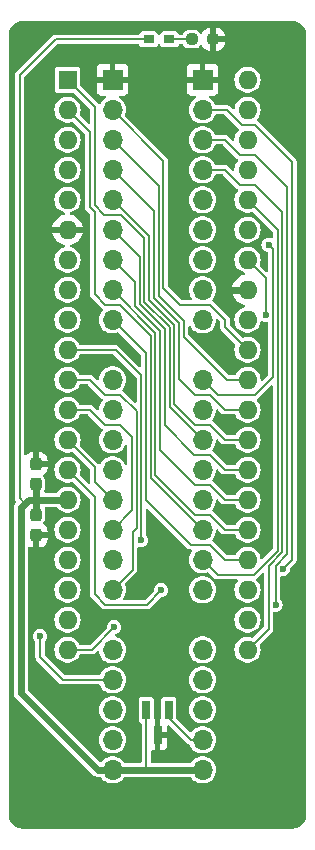
<source format=gbr>
G04 #@! TF.GenerationSoftware,KiCad,Pcbnew,8.0.4+dfsg-1*
G04 #@! TF.CreationDate,2025-03-02T15:28:41+09:00*
G04 #@! TF.ProjectId,bionic-tms99105,62696f6e-6963-42d7-946d-733939313035,3*
G04 #@! TF.SameCoordinates,Original*
G04 #@! TF.FileFunction,Copper,L1,Top*
G04 #@! TF.FilePolarity,Positive*
%FSLAX46Y46*%
G04 Gerber Fmt 4.6, Leading zero omitted, Abs format (unit mm)*
G04 Created by KiCad (PCBNEW 8.0.4+dfsg-1) date 2025-03-02 15:28:41*
%MOMM*%
%LPD*%
G01*
G04 APERTURE LIST*
G04 Aperture macros list*
%AMRoundRect*
0 Rectangle with rounded corners*
0 $1 Rounding radius*
0 $2 $3 $4 $5 $6 $7 $8 $9 X,Y pos of 4 corners*
0 Add a 4 corners polygon primitive as box body*
4,1,4,$2,$3,$4,$5,$6,$7,$8,$9,$2,$3,0*
0 Add four circle primitives for the rounded corners*
1,1,$1+$1,$2,$3*
1,1,$1+$1,$4,$5*
1,1,$1+$1,$6,$7*
1,1,$1+$1,$8,$9*
0 Add four rect primitives between the rounded corners*
20,1,$1+$1,$2,$3,$4,$5,0*
20,1,$1+$1,$4,$5,$6,$7,0*
20,1,$1+$1,$6,$7,$8,$9,0*
20,1,$1+$1,$8,$9,$2,$3,0*%
G04 Aperture macros list end*
G04 #@! TA.AperFunction,ComponentPad*
%ADD10O,1.700000X1.700000*%
G04 #@! TD*
G04 #@! TA.AperFunction,ComponentPad*
%ADD11R,1.700000X1.700000*%
G04 #@! TD*
G04 #@! TA.AperFunction,SMDPad,CuDef*
%ADD12RoundRect,0.237500X-0.250000X-0.237500X0.250000X-0.237500X0.250000X0.237500X-0.250000X0.237500X0*%
G04 #@! TD*
G04 #@! TA.AperFunction,SMDPad,CuDef*
%ADD13RoundRect,0.237500X-0.237500X0.300000X-0.237500X-0.300000X0.237500X-0.300000X0.237500X0.300000X0*%
G04 #@! TD*
G04 #@! TA.AperFunction,SMDPad,CuDef*
%ADD14R,0.965200X0.762000*%
G04 #@! TD*
G04 #@! TA.AperFunction,ComponentPad*
%ADD15R,1.600000X1.600000*%
G04 #@! TD*
G04 #@! TA.AperFunction,ComponentPad*
%ADD16O,1.600000X1.600000*%
G04 #@! TD*
G04 #@! TA.AperFunction,SMDPad,CuDef*
%ADD17RoundRect,0.237500X0.237500X-0.300000X0.237500X0.300000X-0.237500X0.300000X-0.237500X-0.300000X0*%
G04 #@! TD*
G04 #@! TA.AperFunction,SMDPad,CuDef*
%ADD18R,0.660400X1.625600*%
G04 #@! TD*
G04 #@! TA.AperFunction,ViaPad*
%ADD19C,0.600000*%
G04 #@! TD*
G04 #@! TA.AperFunction,Conductor*
%ADD20C,0.200000*%
G04 #@! TD*
G04 #@! TA.AperFunction,Conductor*
%ADD21C,0.600000*%
G04 #@! TD*
G04 APERTURE END LIST*
D10*
X117510000Y-133500000D03*
X117510000Y-130960000D03*
X117510000Y-128420000D03*
X117510000Y-125880000D03*
X117510000Y-123340000D03*
X117510000Y-118260000D03*
X117510000Y-115720000D03*
X117510000Y-113180000D03*
X117510000Y-110640000D03*
X117510000Y-108100000D03*
X117510000Y-105560000D03*
X117510000Y-103020000D03*
X117510000Y-100480000D03*
X117510000Y-95400000D03*
X117510000Y-92860000D03*
X117510000Y-90320000D03*
X117510000Y-87780000D03*
X117510000Y-85240000D03*
X117510000Y-82700000D03*
X117510000Y-80160000D03*
X117510000Y-77620000D03*
D11*
X117510000Y-75080000D03*
X109890000Y-75080000D03*
D10*
X109890000Y-77620000D03*
X109890000Y-80160000D03*
X109890000Y-82700000D03*
X109890000Y-85240000D03*
X109890000Y-87780000D03*
X109890000Y-90320000D03*
X109890000Y-92860000D03*
X109890000Y-95400000D03*
X109890000Y-100480000D03*
X109890000Y-103020000D03*
X109890000Y-105560000D03*
X109890000Y-108100000D03*
X109890000Y-110640000D03*
X109890000Y-113180000D03*
X109890000Y-115720000D03*
X109890000Y-118260000D03*
X109890000Y-123340000D03*
X109890000Y-125880000D03*
X109890000Y-128420000D03*
X109890000Y-130960000D03*
X109890000Y-133500000D03*
D12*
X116597500Y-71651000D03*
X118422500Y-71651000D03*
D13*
X103413000Y-111910000D03*
X103413000Y-113635000D03*
D14*
X114703300Y-71651000D03*
X112950700Y-71651000D03*
D15*
X106080000Y-75080000D03*
D16*
X106080000Y-77620000D03*
X106080000Y-80160000D03*
X106080000Y-82700000D03*
X106080000Y-85240000D03*
X106080000Y-87780000D03*
X106080000Y-90320000D03*
X106080000Y-92860000D03*
X106080000Y-95400000D03*
X106080000Y-97940000D03*
X106080000Y-100480000D03*
X106080000Y-103020000D03*
X106080000Y-105560000D03*
X106080000Y-108100000D03*
X106080000Y-110640000D03*
X106080000Y-113180000D03*
X106080000Y-115720000D03*
X106080000Y-118260000D03*
X106080000Y-120800000D03*
X106080000Y-123340000D03*
X121320000Y-123340000D03*
X121320000Y-120800000D03*
X121320000Y-118260000D03*
X121320000Y-115720000D03*
X121320000Y-113180000D03*
X121320000Y-110640000D03*
X121320000Y-108100000D03*
X121320000Y-105560000D03*
X121320000Y-103020000D03*
X121320000Y-100480000D03*
X121320000Y-97940000D03*
X121320000Y-95400000D03*
X121320000Y-92860000D03*
X121320000Y-90320000D03*
X121320000Y-87780000D03*
X121320000Y-85240000D03*
X121320000Y-82700000D03*
X121320000Y-80160000D03*
X121320000Y-77620000D03*
X121320000Y-75080000D03*
D17*
X103413000Y-109343500D03*
X103413000Y-107618500D03*
D18*
X114650001Y-128420000D03*
X112749999Y-128420000D03*
X113700000Y-130552000D03*
D19*
X118780000Y-98067000D03*
X112811000Y-115974000D03*
X122209000Y-104290000D03*
X113700000Y-132230000D03*
X113700000Y-122959000D03*
X105191000Y-104290000D03*
X105064000Y-109370000D03*
X102524000Y-71651000D03*
X103921000Y-132484000D03*
X115478000Y-86256000D03*
X121447000Y-129817000D03*
X105064000Y-111910000D03*
X122844000Y-95019000D03*
X110017000Y-121435000D03*
X123698000Y-119530000D03*
X124306951Y-116490951D03*
X123098000Y-89050000D03*
X103752800Y-122197000D03*
X112303000Y-114069000D03*
X113997265Y-118303265D03*
D20*
X109890000Y-80160000D02*
X113795000Y-84065000D01*
X113795000Y-84065000D02*
X113795000Y-93370884D01*
X113795000Y-93370884D02*
X115922500Y-95498384D01*
X115922500Y-95498384D02*
X115922500Y-96860500D01*
X115922500Y-96860500D02*
X119542000Y-100480000D01*
X119542000Y-100480000D02*
X121320000Y-100480000D01*
X112303000Y-114069000D02*
X112322500Y-114049500D01*
X112322500Y-100118500D02*
X110144000Y-97940000D01*
X112322500Y-114049500D02*
X112322500Y-100118500D01*
X110144000Y-97940000D02*
X106080000Y-97940000D01*
X113997265Y-118303265D02*
X112770530Y-119530000D01*
X112770530Y-119530000D02*
X109255000Y-119530000D01*
X109255000Y-119530000D02*
X108366000Y-118641000D01*
X108366000Y-118641000D02*
X108366000Y-110386000D01*
X108366000Y-110386000D02*
X106080000Y-108100000D01*
X110017000Y-121435000D02*
X108112000Y-123340000D01*
X108112000Y-123340000D02*
X106080000Y-123340000D01*
D21*
X106080000Y-110640000D02*
X106078900Y-110638900D01*
X106078900Y-110638900D02*
X102779100Y-110638900D01*
X102779100Y-110638900D02*
X102143000Y-111275000D01*
X102143000Y-111275000D02*
X102143000Y-127023000D01*
X102143000Y-127023000D02*
X108620000Y-133500000D01*
X108620000Y-133500000D02*
X109890000Y-133500000D01*
D20*
X102397000Y-110894000D02*
X102016000Y-110513000D01*
X112749999Y-128420000D02*
X112749999Y-133464399D01*
D21*
X117510000Y-133500000D02*
X112785600Y-133500000D01*
D20*
X112749999Y-133464399D02*
X112785600Y-133500000D01*
X102016000Y-110513000D02*
X102016000Y-74699000D01*
X105064000Y-71651000D02*
X112950700Y-71651000D01*
X102016000Y-74699000D02*
X105064000Y-71651000D01*
D21*
X103413000Y-109343500D02*
X103413000Y-111910000D01*
X112785600Y-133500000D02*
X109890000Y-133500000D01*
X121320000Y-92860000D02*
X120050000Y-92860000D01*
D20*
X122844000Y-95019000D02*
X122844000Y-91844000D01*
X122844000Y-91844000D02*
X121320000Y-90320000D01*
X118780000Y-116990000D02*
X121828000Y-116990000D01*
X117510000Y-115720000D02*
X118780000Y-116990000D01*
X121828000Y-116990000D02*
X123879000Y-114939000D01*
X123879000Y-114939000D02*
X123879000Y-87799000D01*
X123879000Y-87799000D02*
X121320000Y-85240000D01*
X124279000Y-115104686D02*
X124279000Y-86294000D01*
X119415000Y-82700000D02*
X117510000Y-82700000D01*
X123098000Y-116285686D02*
X124279000Y-115104686D01*
X120685000Y-83970000D02*
X119415000Y-82700000D01*
X124279000Y-86294000D02*
X121955000Y-83970000D01*
X121320000Y-123340000D02*
X123098000Y-121562000D01*
X121955000Y-83970000D02*
X120685000Y-83970000D01*
X123098000Y-121562000D02*
X123098000Y-116285686D01*
X119415000Y-80160000D02*
X117510000Y-80160000D01*
X121955000Y-81430000D02*
X120685000Y-81430000D01*
X124679000Y-84154000D02*
X121955000Y-81430000D01*
X124679000Y-115270372D02*
X124679000Y-84154000D01*
X120685000Y-81430000D02*
X119415000Y-80160000D01*
X123698000Y-116251372D02*
X124679000Y-115270372D01*
X123698000Y-119530000D02*
X123698000Y-116251372D01*
X121955000Y-78890000D02*
X120812000Y-78890000D01*
X125079000Y-82014000D02*
X121955000Y-78890000D01*
X119542000Y-77620000D02*
X117510000Y-77620000D01*
X125079000Y-115718902D02*
X125079000Y-82014000D01*
X120812000Y-78890000D02*
X119542000Y-77620000D01*
X124306951Y-116490951D02*
X125079000Y-115718902D01*
X106080000Y-105560000D02*
X108366000Y-107846000D01*
X108366000Y-107846000D02*
X108366000Y-109116000D01*
X108366000Y-109116000D02*
X109890000Y-110640000D01*
X109255000Y-104290000D02*
X110525000Y-104290000D01*
X107985000Y-103020000D02*
X109255000Y-104290000D01*
X111522500Y-105287500D02*
X111522500Y-111547500D01*
X111522500Y-111547500D02*
X109890000Y-113180000D01*
X106080000Y-103020000D02*
X107985000Y-103020000D01*
X110525000Y-104290000D02*
X111522500Y-105287500D01*
X121320000Y-115720000D02*
X119415000Y-115720000D01*
X112722500Y-110678500D02*
X112722500Y-98232500D01*
X118145000Y-114450000D02*
X116494000Y-114450000D01*
X116494000Y-114450000D02*
X112722500Y-110678500D01*
X112722500Y-98232500D02*
X109890000Y-95400000D01*
X119415000Y-115720000D02*
X118145000Y-114450000D01*
X111922500Y-103147500D02*
X111922500Y-113052500D01*
X111922500Y-113052500D02*
X111591800Y-113383200D01*
X109255000Y-101750000D02*
X110525000Y-101750000D01*
X110525000Y-101750000D02*
X111922500Y-103147500D01*
X106080000Y-100480000D02*
X107985000Y-100480000D01*
X107985000Y-100480000D02*
X109255000Y-101750000D01*
X111591800Y-116558200D02*
X109890000Y-118260000D01*
X111591800Y-113383200D02*
X111591800Y-116558200D01*
X119415000Y-113180000D02*
X121320000Y-113180000D01*
X113522500Y-96492500D02*
X113522500Y-108557500D01*
X116875000Y-111910000D02*
X118145000Y-111910000D01*
X109890000Y-92860000D02*
X113522500Y-96492500D01*
X113522500Y-108557500D02*
X116875000Y-111910000D01*
X118145000Y-111910000D02*
X119415000Y-113180000D01*
X111795000Y-92225000D02*
X111795000Y-94199314D01*
X118145000Y-109370000D02*
X119415000Y-110640000D01*
X113922500Y-96326814D02*
X113922500Y-106417500D01*
X116875000Y-109370000D02*
X118145000Y-109370000D01*
X109890000Y-90320000D02*
X111795000Y-92225000D01*
X119415000Y-110640000D02*
X121320000Y-110640000D01*
X113922500Y-106417500D02*
X116875000Y-109370000D01*
X111795000Y-94199314D02*
X113922500Y-96326814D01*
X123098000Y-89050000D02*
X123479000Y-89431000D01*
X123479000Y-100226000D02*
X121955000Y-101750000D01*
X121955000Y-101750000D02*
X118780000Y-101750000D01*
X118780000Y-101750000D02*
X117510000Y-100480000D01*
X123479000Y-89431000D02*
X123479000Y-100226000D01*
X112195000Y-94033628D02*
X114322500Y-96161128D01*
X116805686Y-106830000D02*
X118145000Y-106830000D01*
X114322500Y-96161128D02*
X114322500Y-104346814D01*
X114322500Y-104346814D02*
X116805686Y-106830000D01*
X109890000Y-87780000D02*
X112195000Y-90085000D01*
X119415000Y-108100000D02*
X121320000Y-108100000D01*
X112195000Y-90085000D02*
X112195000Y-94033628D01*
X118145000Y-106830000D02*
X119415000Y-108100000D01*
X109890000Y-85240000D02*
X112995000Y-88345000D01*
X115122500Y-102537500D02*
X116875000Y-104290000D01*
X116875000Y-104290000D02*
X118145000Y-104290000D01*
X112995000Y-88345000D02*
X112995000Y-93702256D01*
X118145000Y-104290000D02*
X119415000Y-105560000D01*
X112995000Y-93702256D02*
X115122500Y-95829756D01*
X115122500Y-95829756D02*
X115122500Y-102537500D01*
X119415000Y-105560000D02*
X121320000Y-105560000D01*
X108366000Y-77366000D02*
X108366000Y-85684500D01*
X112595000Y-88510686D02*
X112595000Y-93867942D01*
X108366000Y-85684500D02*
X109191500Y-86510000D01*
X110594314Y-86510000D02*
X112595000Y-88510686D01*
X109191500Y-86510000D02*
X110594314Y-86510000D01*
X112595000Y-93867942D02*
X114722500Y-95995442D01*
X106080000Y-75080000D02*
X108366000Y-77366000D01*
X114722500Y-102772500D02*
X117510000Y-105560000D01*
X114722500Y-95995442D02*
X114722500Y-102772500D01*
X118145000Y-101750000D02*
X119415000Y-103020000D01*
X109890000Y-82700000D02*
X113395000Y-86205000D01*
X113395000Y-93536570D02*
X115522500Y-95664070D01*
X115522500Y-95664070D02*
X115522500Y-100397500D01*
X116875000Y-101750000D02*
X118145000Y-101750000D01*
X119415000Y-103020000D02*
X121320000Y-103020000D01*
X115522500Y-100397500D02*
X116875000Y-101750000D01*
X113395000Y-86205000D02*
X113395000Y-93536570D01*
X119434000Y-95409500D02*
X119434000Y-96054000D01*
X119434000Y-96054000D02*
X121320000Y-97940000D01*
X109890000Y-77620000D02*
X114195000Y-81925000D01*
X114195000Y-92720000D02*
X115605000Y-94130000D01*
X118154500Y-94130000D02*
X119434000Y-95409500D01*
X115605000Y-94130000D02*
X118154500Y-94130000D01*
X114195000Y-81925000D02*
X114195000Y-92720000D01*
X114650001Y-128420000D02*
X114650001Y-129116001D01*
X116494000Y-130960000D02*
X117510000Y-130960000D01*
X114650001Y-129116001D02*
X116494000Y-130960000D01*
X103752800Y-123933800D02*
X105699000Y-125880000D01*
X105699000Y-125880000D02*
X109890000Y-125880000D01*
X103752800Y-122197000D02*
X103752800Y-123933800D01*
X107966000Y-85850186D02*
X107966000Y-79506000D01*
X113122500Y-96766154D02*
X110486346Y-94130000D01*
X107966000Y-79506000D02*
X106080000Y-77620000D01*
X109255000Y-94130000D02*
X108366000Y-93241000D01*
X108366000Y-93241000D02*
X108366000Y-86250186D01*
X108366000Y-86250186D02*
X107966000Y-85850186D01*
X110486346Y-94130000D02*
X109255000Y-94130000D01*
X117510000Y-113180000D02*
X113122500Y-108792500D01*
X113122500Y-108792500D02*
X113122500Y-96766154D01*
X116597500Y-71651000D02*
X114703300Y-71651000D01*
G04 #@! TA.AperFunction,Conductor*
G36*
X123424445Y-100943690D02*
G01*
X123467710Y-100986955D01*
X123478500Y-101031900D01*
X123478500Y-114732098D01*
X123459593Y-114790289D01*
X123449504Y-114802102D01*
X122583360Y-115668245D01*
X122528843Y-115696022D01*
X122468411Y-115686451D01*
X122425146Y-115643186D01*
X122414779Y-115607380D01*
X122406397Y-115516917D01*
X122350582Y-115320750D01*
X122259673Y-115138179D01*
X122136764Y-114975421D01*
X121986041Y-114838019D01*
X121812637Y-114730652D01*
X121622456Y-114656976D01*
X121622455Y-114656975D01*
X121622453Y-114656975D01*
X121421976Y-114619500D01*
X121218024Y-114619500D01*
X121017546Y-114656975D01*
X120977477Y-114672498D01*
X120827363Y-114730652D01*
X120677881Y-114823207D01*
X120653959Y-114838019D01*
X120503237Y-114975420D01*
X120380328Y-115138177D01*
X120380323Y-115138186D01*
X120317363Y-115264628D01*
X120274500Y-115308291D01*
X120228742Y-115319500D01*
X119621901Y-115319500D01*
X119563710Y-115300593D01*
X119551897Y-115290504D01*
X118992045Y-114730652D01*
X118390913Y-114129520D01*
X118390910Y-114129518D01*
X118376680Y-114121302D01*
X118335739Y-114075831D01*
X118329345Y-114014981D01*
X118359489Y-113962401D01*
X118363872Y-113958407D01*
X118492366Y-113788255D01*
X118587405Y-113597389D01*
X118645756Y-113392310D01*
X118661505Y-113222346D01*
X118685700Y-113166151D01*
X118738307Y-113134907D01*
X118799231Y-113140553D01*
X118830085Y-113161479D01*
X119169086Y-113500479D01*
X119169091Y-113500483D01*
X119260408Y-113553205D01*
X119260406Y-113553205D01*
X119260410Y-113553206D01*
X119260412Y-113553207D01*
X119362273Y-113580500D01*
X119467727Y-113580500D01*
X120228742Y-113580500D01*
X120286933Y-113599407D01*
X120317362Y-113635371D01*
X120380327Y-113761821D01*
X120503236Y-113924579D01*
X120653959Y-114061981D01*
X120827363Y-114169348D01*
X121017544Y-114243024D01*
X121218024Y-114280500D01*
X121421976Y-114280500D01*
X121622456Y-114243024D01*
X121812637Y-114169348D01*
X121986041Y-114061981D01*
X122136764Y-113924579D01*
X122259673Y-113761821D01*
X122350582Y-113579250D01*
X122406397Y-113383083D01*
X122425215Y-113180000D01*
X122406397Y-112976917D01*
X122350582Y-112780750D01*
X122259673Y-112598179D01*
X122136764Y-112435421D01*
X121986041Y-112298019D01*
X121812637Y-112190652D01*
X121622456Y-112116976D01*
X121622455Y-112116975D01*
X121622453Y-112116975D01*
X121421976Y-112079500D01*
X121218024Y-112079500D01*
X121017546Y-112116975D01*
X120977353Y-112132546D01*
X120827363Y-112190652D01*
X120718676Y-112257948D01*
X120653959Y-112298019D01*
X120503237Y-112435420D01*
X120380328Y-112598177D01*
X120380323Y-112598186D01*
X120317363Y-112724628D01*
X120274500Y-112768291D01*
X120228742Y-112779500D01*
X119621901Y-112779500D01*
X119563710Y-112760593D01*
X119551897Y-112750504D01*
X118992045Y-112190652D01*
X118390913Y-111589520D01*
X118390910Y-111589518D01*
X118376680Y-111581302D01*
X118335739Y-111535831D01*
X118329345Y-111474981D01*
X118359489Y-111422401D01*
X118363872Y-111418407D01*
X118492366Y-111248255D01*
X118587405Y-111057389D01*
X118645756Y-110852310D01*
X118661505Y-110682346D01*
X118685700Y-110626151D01*
X118738307Y-110594907D01*
X118799231Y-110600553D01*
X118830085Y-110621479D01*
X119169086Y-110960479D01*
X119169091Y-110960483D01*
X119260408Y-111013205D01*
X119260406Y-111013205D01*
X119260410Y-111013206D01*
X119260412Y-111013207D01*
X119362273Y-111040500D01*
X120228742Y-111040500D01*
X120286933Y-111059407D01*
X120317362Y-111095371D01*
X120380327Y-111221821D01*
X120503236Y-111384579D01*
X120653959Y-111521981D01*
X120827363Y-111629348D01*
X121017544Y-111703024D01*
X121218024Y-111740500D01*
X121421976Y-111740500D01*
X121622456Y-111703024D01*
X121812637Y-111629348D01*
X121986041Y-111521981D01*
X122136764Y-111384579D01*
X122259673Y-111221821D01*
X122350582Y-111039250D01*
X122406397Y-110843083D01*
X122425215Y-110640000D01*
X122406397Y-110436917D01*
X122350582Y-110240750D01*
X122259673Y-110058179D01*
X122136764Y-109895421D01*
X121986041Y-109758019D01*
X121812637Y-109650652D01*
X121622456Y-109576976D01*
X121622455Y-109576975D01*
X121622453Y-109576975D01*
X121421976Y-109539500D01*
X121218024Y-109539500D01*
X121017546Y-109576975D01*
X120977353Y-109592546D01*
X120827363Y-109650652D01*
X120653959Y-109758019D01*
X120503236Y-109895421D01*
X120492489Y-109909653D01*
X120380328Y-110058177D01*
X120380323Y-110058186D01*
X120317363Y-110184628D01*
X120274500Y-110228291D01*
X120228742Y-110239500D01*
X119621901Y-110239500D01*
X119563710Y-110220593D01*
X119551897Y-110210504D01*
X118992045Y-109650652D01*
X118390913Y-109049520D01*
X118390910Y-109049518D01*
X118376680Y-109041302D01*
X118335739Y-108995831D01*
X118329345Y-108934981D01*
X118359489Y-108882401D01*
X118363872Y-108878407D01*
X118492366Y-108708255D01*
X118587405Y-108517389D01*
X118645756Y-108312310D01*
X118661505Y-108142346D01*
X118685700Y-108086151D01*
X118738307Y-108054907D01*
X118799231Y-108060553D01*
X118830085Y-108081479D01*
X119169086Y-108420479D01*
X119169091Y-108420483D01*
X119260408Y-108473205D01*
X119260406Y-108473205D01*
X119260410Y-108473206D01*
X119260412Y-108473207D01*
X119362273Y-108500500D01*
X119467727Y-108500500D01*
X120228742Y-108500500D01*
X120286933Y-108519407D01*
X120317362Y-108555371D01*
X120380327Y-108681821D01*
X120503236Y-108844579D01*
X120653959Y-108981981D01*
X120827363Y-109089348D01*
X121017544Y-109163024D01*
X121218024Y-109200500D01*
X121421976Y-109200500D01*
X121622456Y-109163024D01*
X121812637Y-109089348D01*
X121986041Y-108981981D01*
X122136764Y-108844579D01*
X122259673Y-108681821D01*
X122350582Y-108499250D01*
X122406397Y-108303083D01*
X122425215Y-108100000D01*
X122406397Y-107896917D01*
X122350582Y-107700750D01*
X122259673Y-107518179D01*
X122136764Y-107355421D01*
X121986041Y-107218019D01*
X121812637Y-107110652D01*
X121622456Y-107036976D01*
X121622455Y-107036975D01*
X121622453Y-107036975D01*
X121421976Y-106999500D01*
X121218024Y-106999500D01*
X121017546Y-107036975D01*
X120947632Y-107064059D01*
X120827363Y-107110652D01*
X120718676Y-107177948D01*
X120653959Y-107218019D01*
X120503237Y-107355420D01*
X120380328Y-107518177D01*
X120380323Y-107518186D01*
X120317363Y-107644628D01*
X120274500Y-107688291D01*
X120228742Y-107699500D01*
X119621901Y-107699500D01*
X119563710Y-107680593D01*
X119551897Y-107670504D01*
X118992045Y-107110652D01*
X118390913Y-106509520D01*
X118390910Y-106509518D01*
X118376680Y-106501302D01*
X118335739Y-106455831D01*
X118329345Y-106394981D01*
X118359489Y-106342401D01*
X118363872Y-106338407D01*
X118492366Y-106168255D01*
X118587405Y-105977389D01*
X118645756Y-105772310D01*
X118661505Y-105602346D01*
X118685700Y-105546151D01*
X118738307Y-105514907D01*
X118799231Y-105520553D01*
X118830085Y-105541479D01*
X119169086Y-105880479D01*
X119169091Y-105880483D01*
X119260408Y-105933205D01*
X119260406Y-105933205D01*
X119260410Y-105933206D01*
X119260412Y-105933207D01*
X119362273Y-105960500D01*
X120228742Y-105960500D01*
X120286933Y-105979407D01*
X120317362Y-106015371D01*
X120380327Y-106141821D01*
X120503236Y-106304579D01*
X120653959Y-106441981D01*
X120827363Y-106549348D01*
X121017544Y-106623024D01*
X121218024Y-106660500D01*
X121421976Y-106660500D01*
X121622456Y-106623024D01*
X121812637Y-106549348D01*
X121986041Y-106441981D01*
X122136764Y-106304579D01*
X122259673Y-106141821D01*
X122350582Y-105959250D01*
X122406397Y-105763083D01*
X122425215Y-105560000D01*
X122406397Y-105356917D01*
X122350582Y-105160750D01*
X122259673Y-104978179D01*
X122136764Y-104815421D01*
X121986041Y-104678019D01*
X121812637Y-104570652D01*
X121622456Y-104496976D01*
X121622455Y-104496975D01*
X121622453Y-104496975D01*
X121421976Y-104459500D01*
X121218024Y-104459500D01*
X121017546Y-104496975D01*
X120947632Y-104524059D01*
X120827363Y-104570652D01*
X120763037Y-104610481D01*
X120653959Y-104678019D01*
X120503237Y-104815420D01*
X120380328Y-104978177D01*
X120380323Y-104978186D01*
X120317363Y-105104628D01*
X120274500Y-105148291D01*
X120228742Y-105159500D01*
X119621901Y-105159500D01*
X119563710Y-105140593D01*
X119551897Y-105130504D01*
X118972996Y-104551603D01*
X118390913Y-103969520D01*
X118390910Y-103969518D01*
X118376680Y-103961302D01*
X118335739Y-103915831D01*
X118329345Y-103854981D01*
X118359489Y-103802401D01*
X118363872Y-103798407D01*
X118492366Y-103628255D01*
X118587405Y-103437389D01*
X118645756Y-103232310D01*
X118661505Y-103062346D01*
X118685700Y-103006151D01*
X118738307Y-102974907D01*
X118799231Y-102980553D01*
X118830085Y-103001479D01*
X119169086Y-103340479D01*
X119169091Y-103340483D01*
X119260408Y-103393205D01*
X119260406Y-103393205D01*
X119260410Y-103393206D01*
X119260412Y-103393207D01*
X119362273Y-103420500D01*
X120228742Y-103420500D01*
X120286933Y-103439407D01*
X120317362Y-103475371D01*
X120380327Y-103601821D01*
X120503236Y-103764579D01*
X120653959Y-103901981D01*
X120827363Y-104009348D01*
X121017544Y-104083024D01*
X121218024Y-104120500D01*
X121421976Y-104120500D01*
X121622456Y-104083024D01*
X121812637Y-104009348D01*
X121986041Y-103901981D01*
X122136764Y-103764579D01*
X122259673Y-103601821D01*
X122350582Y-103419250D01*
X122406397Y-103223083D01*
X122425215Y-103020000D01*
X122406397Y-102816917D01*
X122350582Y-102620750D01*
X122259673Y-102438179D01*
X122136764Y-102275421D01*
X122124047Y-102263828D01*
X122093782Y-102210654D01*
X122100552Y-102149844D01*
X122141241Y-102104931D01*
X122200913Y-102070480D01*
X123309498Y-100961894D01*
X123364013Y-100934119D01*
X123424445Y-100943690D01*
G37*
G04 #@! TD.AperFunction*
G04 #@! TA.AperFunction,Conductor*
G36*
X125134309Y-70100877D02*
G01*
X125324457Y-70117512D01*
X125341437Y-70120505D01*
X125521635Y-70168789D01*
X125537839Y-70174687D01*
X125706902Y-70253523D01*
X125721842Y-70262149D01*
X125874641Y-70369140D01*
X125887861Y-70380232D01*
X126019767Y-70512138D01*
X126030859Y-70525358D01*
X126137850Y-70678157D01*
X126146477Y-70693100D01*
X126210806Y-70831053D01*
X126225308Y-70862151D01*
X126231211Y-70878368D01*
X126279492Y-71058555D01*
X126282488Y-71075550D01*
X126299123Y-71265690D01*
X126299500Y-71274318D01*
X126299500Y-137305681D01*
X126299123Y-137314309D01*
X126282488Y-137504449D01*
X126279492Y-137521444D01*
X126231211Y-137701631D01*
X126225308Y-137717848D01*
X126146478Y-137886898D01*
X126137850Y-137901842D01*
X126030859Y-138054641D01*
X126019767Y-138067861D01*
X125887861Y-138199767D01*
X125874641Y-138210859D01*
X125721842Y-138317850D01*
X125706898Y-138326478D01*
X125537848Y-138405308D01*
X125521631Y-138411211D01*
X125341444Y-138459492D01*
X125324449Y-138462488D01*
X125134309Y-138479123D01*
X125125681Y-138479500D01*
X102274319Y-138479500D01*
X102265691Y-138479123D01*
X102075550Y-138462488D01*
X102058555Y-138459492D01*
X101878368Y-138411211D01*
X101862154Y-138405309D01*
X101693100Y-138326477D01*
X101678157Y-138317850D01*
X101525358Y-138210859D01*
X101512138Y-138199767D01*
X101380232Y-138067861D01*
X101369140Y-138054641D01*
X101262149Y-137901842D01*
X101253523Y-137886902D01*
X101174687Y-137717839D01*
X101168788Y-137701631D01*
X101149843Y-137630926D01*
X101120505Y-137521437D01*
X101117512Y-137504457D01*
X101100877Y-137314309D01*
X101100500Y-137305681D01*
X101100500Y-111195943D01*
X101542499Y-111195943D01*
X101542499Y-111195945D01*
X101542499Y-111362031D01*
X101542500Y-111362044D01*
X101542500Y-126937863D01*
X101542499Y-126937881D01*
X101542499Y-126943943D01*
X101542499Y-127102057D01*
X101583423Y-127254785D01*
X101583424Y-127254787D01*
X101591918Y-127269498D01*
X101591919Y-127269501D01*
X101662478Y-127391713D01*
X101662480Y-127391716D01*
X101774284Y-127503520D01*
X101774286Y-127503521D01*
X108139478Y-133868713D01*
X108139480Y-133868716D01*
X108251284Y-133980520D01*
X108251286Y-133980521D01*
X108251289Y-133980524D01*
X108251288Y-133980524D01*
X108338091Y-134030637D01*
X108338093Y-134030639D01*
X108338094Y-134030639D01*
X108360916Y-134043815D01*
X108388215Y-134059577D01*
X108540942Y-134100500D01*
X108540943Y-134100500D01*
X108852482Y-134100500D01*
X108910673Y-134119407D01*
X108931483Y-134139836D01*
X109036128Y-134278407D01*
X109036135Y-134278413D01*
X109193692Y-134422047D01*
X109193699Y-134422053D01*
X109297389Y-134486255D01*
X109374981Y-134534298D01*
X109573802Y-134611321D01*
X109783390Y-134650500D01*
X109996610Y-134650500D01*
X110206198Y-134611321D01*
X110405019Y-134534298D01*
X110586302Y-134422052D01*
X110743872Y-134278407D01*
X110848515Y-134139838D01*
X110898671Y-134104796D01*
X110927518Y-134100500D01*
X112706543Y-134100500D01*
X116472482Y-134100500D01*
X116530673Y-134119407D01*
X116551483Y-134139836D01*
X116656128Y-134278407D01*
X116656135Y-134278413D01*
X116813692Y-134422047D01*
X116813699Y-134422053D01*
X116917389Y-134486255D01*
X116994981Y-134534298D01*
X117193802Y-134611321D01*
X117403390Y-134650500D01*
X117616610Y-134650500D01*
X117826198Y-134611321D01*
X118025019Y-134534298D01*
X118206302Y-134422052D01*
X118363872Y-134278407D01*
X118492366Y-134108255D01*
X118587405Y-133917389D01*
X118645756Y-133712310D01*
X118665429Y-133500000D01*
X118645756Y-133287690D01*
X118587405Y-133082611D01*
X118492366Y-132891745D01*
X118363872Y-132721593D01*
X118309623Y-132672139D01*
X118206307Y-132577952D01*
X118206300Y-132577946D01*
X118025024Y-132465705D01*
X118025019Y-132465702D01*
X117826195Y-132388678D01*
X117616610Y-132349500D01*
X117403390Y-132349500D01*
X117193804Y-132388678D01*
X116994980Y-132465702D01*
X116994975Y-132465705D01*
X116813699Y-132577946D01*
X116813692Y-132577952D01*
X116656135Y-132721586D01*
X116656131Y-132721589D01*
X116656128Y-132721593D01*
X116551484Y-132860161D01*
X116501329Y-132895204D01*
X116472482Y-132899500D01*
X113249499Y-132899500D01*
X113191308Y-132880593D01*
X113155344Y-132831093D01*
X113150499Y-132800500D01*
X113150499Y-131956579D01*
X113169406Y-131898388D01*
X113218906Y-131862424D01*
X113260081Y-131858146D01*
X113321976Y-131864800D01*
X113449999Y-131864800D01*
X113450000Y-131864799D01*
X113450000Y-130802001D01*
X113950000Y-130802001D01*
X113950000Y-131864799D01*
X113950001Y-131864800D01*
X114078024Y-131864800D01*
X114137570Y-131858398D01*
X114137581Y-131858396D01*
X114272288Y-131808153D01*
X114272290Y-131808152D01*
X114387384Y-131721992D01*
X114387392Y-131721984D01*
X114473552Y-131606890D01*
X114473553Y-131606888D01*
X114523796Y-131472181D01*
X114523798Y-131472170D01*
X114530200Y-131412624D01*
X114530200Y-130802001D01*
X114530199Y-130802000D01*
X113950001Y-130802000D01*
X113950000Y-130802001D01*
X113450000Y-130802001D01*
X113450000Y-129239201D01*
X113950000Y-129239201D01*
X113950000Y-130301999D01*
X113950001Y-130302000D01*
X114530199Y-130302000D01*
X114530200Y-130301999D01*
X114530200Y-129801601D01*
X114549107Y-129743410D01*
X114598607Y-129707446D01*
X114659793Y-129707446D01*
X114699204Y-129731597D01*
X116173520Y-131205913D01*
X116173519Y-131205913D01*
X116248087Y-131280480D01*
X116339409Y-131333205D01*
X116339411Y-131333206D01*
X116339413Y-131333207D01*
X116378448Y-131343666D01*
X116429763Y-131376990D01*
X116441446Y-131395165D01*
X116479790Y-131472170D01*
X116527634Y-131568255D01*
X116656128Y-131738407D01*
X116656135Y-131738413D01*
X116813692Y-131882047D01*
X116813699Y-131882053D01*
X116840081Y-131898388D01*
X116994981Y-131994298D01*
X117193802Y-132071321D01*
X117403390Y-132110500D01*
X117616610Y-132110500D01*
X117826198Y-132071321D01*
X118025019Y-131994298D01*
X118206302Y-131882052D01*
X118363872Y-131738407D01*
X118492366Y-131568255D01*
X118587405Y-131377389D01*
X118645756Y-131172310D01*
X118665429Y-130960000D01*
X118645756Y-130747690D01*
X118587405Y-130542611D01*
X118492366Y-130351745D01*
X118363872Y-130181593D01*
X118309623Y-130132139D01*
X118206307Y-130037952D01*
X118206300Y-130037946D01*
X118025024Y-129925705D01*
X118025019Y-129925702D01*
X117826195Y-129848678D01*
X117616610Y-129809500D01*
X117403390Y-129809500D01*
X117193804Y-129848678D01*
X116994980Y-129925702D01*
X116994975Y-129925705D01*
X116813699Y-130037946D01*
X116813692Y-130037952D01*
X116656135Y-130181586D01*
X116656119Y-130181603D01*
X116563712Y-130303969D01*
X116513556Y-130339012D01*
X116452381Y-130337881D01*
X116414705Y-130314312D01*
X115309696Y-129209303D01*
X115281919Y-129154786D01*
X115280700Y-129139299D01*
X115280700Y-128420000D01*
X116354571Y-128420000D01*
X116374244Y-128632310D01*
X116432595Y-128837389D01*
X116527634Y-129028255D01*
X116656128Y-129198407D01*
X116680136Y-129220293D01*
X116813692Y-129342047D01*
X116813699Y-129342053D01*
X116916273Y-129405564D01*
X116994981Y-129454298D01*
X117193802Y-129531321D01*
X117403390Y-129570500D01*
X117616610Y-129570500D01*
X117826198Y-129531321D01*
X118025019Y-129454298D01*
X118206302Y-129342052D01*
X118363872Y-129198407D01*
X118492366Y-129028255D01*
X118587405Y-128837389D01*
X118645756Y-128632310D01*
X118665429Y-128420000D01*
X118645756Y-128207690D01*
X118587405Y-128002611D01*
X118492366Y-127811745D01*
X118363872Y-127641593D01*
X118276931Y-127562335D01*
X118206307Y-127497952D01*
X118206300Y-127497946D01*
X118025024Y-127385705D01*
X118025019Y-127385702D01*
X117828614Y-127309615D01*
X117826198Y-127308679D01*
X117826197Y-127308678D01*
X117826195Y-127308678D01*
X117616610Y-127269500D01*
X117403390Y-127269500D01*
X117193804Y-127308678D01*
X116994980Y-127385702D01*
X116994975Y-127385705D01*
X116813699Y-127497946D01*
X116813692Y-127497952D01*
X116656135Y-127641586D01*
X116656131Y-127641589D01*
X116656128Y-127641593D01*
X116656125Y-127641597D01*
X116527635Y-127811743D01*
X116527630Y-127811752D01*
X116432596Y-128002608D01*
X116374244Y-128207688D01*
X116374244Y-128207690D01*
X116354571Y-128420000D01*
X115280700Y-128420000D01*
X115280700Y-127562339D01*
X115280700Y-127562336D01*
X115277786Y-127537209D01*
X115232407Y-127434435D01*
X115152966Y-127354994D01*
X115050192Y-127309615D01*
X115050191Y-127309614D01*
X115050189Y-127309614D01*
X115025069Y-127306700D01*
X114274940Y-127306700D01*
X114274937Y-127306701D01*
X114249810Y-127309614D01*
X114147036Y-127354994D01*
X114067595Y-127434435D01*
X114022215Y-127537211D01*
X114019301Y-127562330D01*
X114019301Y-127562332D01*
X114019302Y-129140200D01*
X114000395Y-129198391D01*
X113965343Y-129223857D01*
X113950000Y-129239201D01*
X113450000Y-129239201D01*
X113435704Y-129224905D01*
X113421508Y-129220293D01*
X113385544Y-129170793D01*
X113380699Y-129140200D01*
X113380698Y-127562339D01*
X113380698Y-127562336D01*
X113377784Y-127537209D01*
X113332405Y-127434435D01*
X113252964Y-127354994D01*
X113150190Y-127309615D01*
X113150189Y-127309614D01*
X113150187Y-127309614D01*
X113125067Y-127306700D01*
X112374938Y-127306700D01*
X112374935Y-127306701D01*
X112349808Y-127309614D01*
X112247034Y-127354994D01*
X112167593Y-127434435D01*
X112122213Y-127537211D01*
X112119299Y-127562330D01*
X112119299Y-129277660D01*
X112119300Y-129277663D01*
X112122213Y-129302790D01*
X112139547Y-129342047D01*
X112167593Y-129405565D01*
X112247034Y-129485006D01*
X112290487Y-129504192D01*
X112336082Y-129544991D01*
X112349499Y-129594756D01*
X112349499Y-132800500D01*
X112330592Y-132858691D01*
X112281092Y-132894655D01*
X112250499Y-132899500D01*
X110927518Y-132899500D01*
X110869327Y-132880593D01*
X110848516Y-132860163D01*
X110743872Y-132721593D01*
X110689623Y-132672139D01*
X110586307Y-132577952D01*
X110586300Y-132577946D01*
X110405024Y-132465705D01*
X110405019Y-132465702D01*
X110206195Y-132388678D01*
X109996610Y-132349500D01*
X109783390Y-132349500D01*
X109573804Y-132388678D01*
X109374980Y-132465702D01*
X109374975Y-132465705D01*
X109193699Y-132577946D01*
X109193692Y-132577952D01*
X109036135Y-132721586D01*
X109036131Y-132721589D01*
X109036128Y-132721593D01*
X109036125Y-132721596D01*
X109036123Y-132721599D01*
X108956121Y-132827537D01*
X108905965Y-132862579D01*
X108844790Y-132861448D01*
X108807114Y-132837879D01*
X106929235Y-130960000D01*
X108734571Y-130960000D01*
X108754244Y-131172310D01*
X108812595Y-131377389D01*
X108907634Y-131568255D01*
X109036128Y-131738407D01*
X109036135Y-131738413D01*
X109193692Y-131882047D01*
X109193699Y-131882053D01*
X109220081Y-131898388D01*
X109374981Y-131994298D01*
X109573802Y-132071321D01*
X109783390Y-132110500D01*
X109996610Y-132110500D01*
X110206198Y-132071321D01*
X110405019Y-131994298D01*
X110586302Y-131882052D01*
X110743872Y-131738407D01*
X110872366Y-131568255D01*
X110967405Y-131377389D01*
X111025756Y-131172310D01*
X111045429Y-130960000D01*
X111025756Y-130747690D01*
X110967405Y-130542611D01*
X110872366Y-130351745D01*
X110743872Y-130181593D01*
X110689623Y-130132139D01*
X110586307Y-130037952D01*
X110586300Y-130037946D01*
X110405024Y-129925705D01*
X110405019Y-129925702D01*
X110206195Y-129848678D01*
X109996610Y-129809500D01*
X109783390Y-129809500D01*
X109573804Y-129848678D01*
X109374980Y-129925702D01*
X109374975Y-129925705D01*
X109193699Y-130037946D01*
X109193692Y-130037952D01*
X109036135Y-130181586D01*
X109036131Y-130181589D01*
X109036128Y-130181593D01*
X109036125Y-130181597D01*
X108907635Y-130351743D01*
X108907630Y-130351752D01*
X108812596Y-130542608D01*
X108754244Y-130747688D01*
X108749211Y-130802001D01*
X108734571Y-130960000D01*
X106929235Y-130960000D01*
X104389235Y-128420000D01*
X108734571Y-128420000D01*
X108754244Y-128632310D01*
X108812595Y-128837389D01*
X108907634Y-129028255D01*
X109036128Y-129198407D01*
X109060136Y-129220293D01*
X109193692Y-129342047D01*
X109193699Y-129342053D01*
X109296273Y-129405564D01*
X109374981Y-129454298D01*
X109573802Y-129531321D01*
X109783390Y-129570500D01*
X109996610Y-129570500D01*
X110206198Y-129531321D01*
X110405019Y-129454298D01*
X110586302Y-129342052D01*
X110743872Y-129198407D01*
X110872366Y-129028255D01*
X110967405Y-128837389D01*
X111025756Y-128632310D01*
X111045429Y-128420000D01*
X111025756Y-128207690D01*
X110967405Y-128002611D01*
X110872366Y-127811745D01*
X110743872Y-127641593D01*
X110656931Y-127562335D01*
X110586307Y-127497952D01*
X110586300Y-127497946D01*
X110405024Y-127385705D01*
X110405019Y-127385702D01*
X110208614Y-127309615D01*
X110206198Y-127308679D01*
X110206197Y-127308678D01*
X110206195Y-127308678D01*
X109996610Y-127269500D01*
X109783390Y-127269500D01*
X109573804Y-127308678D01*
X109374980Y-127385702D01*
X109374975Y-127385705D01*
X109193699Y-127497946D01*
X109193692Y-127497952D01*
X109036135Y-127641586D01*
X109036131Y-127641589D01*
X109036128Y-127641593D01*
X109036125Y-127641597D01*
X108907635Y-127811743D01*
X108907630Y-127811752D01*
X108812596Y-128002608D01*
X108754244Y-128207688D01*
X108754244Y-128207690D01*
X108734571Y-128420000D01*
X104389235Y-128420000D01*
X102772496Y-126803261D01*
X102744719Y-126748744D01*
X102743500Y-126733257D01*
X102743500Y-122196999D01*
X103147118Y-122196999D01*
X103147118Y-122197000D01*
X103167755Y-122353758D01*
X103167757Y-122353766D01*
X103228262Y-122499838D01*
X103228262Y-122499839D01*
X103328468Y-122630431D01*
X103327083Y-122631493D01*
X103351079Y-122678569D01*
X103352300Y-122694071D01*
X103352300Y-123881073D01*
X103352300Y-123986527D01*
X103376370Y-124076359D01*
X103379594Y-124088392D01*
X103432316Y-124179708D01*
X103432317Y-124179709D01*
X103432318Y-124179710D01*
X103432320Y-124179713D01*
X104524350Y-125271743D01*
X105378519Y-126125912D01*
X105378520Y-126125913D01*
X105378519Y-126125913D01*
X105453087Y-126200480D01*
X105544413Y-126253207D01*
X105646273Y-126280500D01*
X108742887Y-126280500D01*
X108801078Y-126299407D01*
X108831508Y-126335372D01*
X108907634Y-126488255D01*
X109036128Y-126658407D01*
X109036135Y-126658413D01*
X109193692Y-126802047D01*
X109193699Y-126802053D01*
X109297389Y-126866255D01*
X109374981Y-126914298D01*
X109573802Y-126991321D01*
X109783390Y-127030500D01*
X109996610Y-127030500D01*
X110206198Y-126991321D01*
X110405019Y-126914298D01*
X110586302Y-126802052D01*
X110743872Y-126658407D01*
X110872366Y-126488255D01*
X110967405Y-126297389D01*
X111025756Y-126092310D01*
X111045429Y-125880000D01*
X116354571Y-125880000D01*
X116374244Y-126092310D01*
X116432595Y-126297389D01*
X116527634Y-126488255D01*
X116656128Y-126658407D01*
X116656135Y-126658413D01*
X116813692Y-126802047D01*
X116813699Y-126802053D01*
X116917389Y-126866255D01*
X116994981Y-126914298D01*
X117193802Y-126991321D01*
X117403390Y-127030500D01*
X117616610Y-127030500D01*
X117826198Y-126991321D01*
X118025019Y-126914298D01*
X118206302Y-126802052D01*
X118363872Y-126658407D01*
X118492366Y-126488255D01*
X118587405Y-126297389D01*
X118645756Y-126092310D01*
X118665429Y-125880000D01*
X118645756Y-125667690D01*
X118587405Y-125462611D01*
X118492366Y-125271745D01*
X118363872Y-125101593D01*
X118309623Y-125052139D01*
X118206307Y-124957952D01*
X118206300Y-124957946D01*
X118025024Y-124845705D01*
X118025019Y-124845702D01*
X117826195Y-124768678D01*
X117616610Y-124729500D01*
X117403390Y-124729500D01*
X117193804Y-124768678D01*
X116994980Y-124845702D01*
X116994975Y-124845705D01*
X116813699Y-124957946D01*
X116813692Y-124957952D01*
X116656135Y-125101586D01*
X116656131Y-125101589D01*
X116656128Y-125101593D01*
X116656125Y-125101597D01*
X116527635Y-125271743D01*
X116527630Y-125271752D01*
X116432596Y-125462608D01*
X116374244Y-125667688D01*
X116374244Y-125667690D01*
X116354571Y-125880000D01*
X111045429Y-125880000D01*
X111025756Y-125667690D01*
X110967405Y-125462611D01*
X110872366Y-125271745D01*
X110743872Y-125101593D01*
X110689623Y-125052139D01*
X110586307Y-124957952D01*
X110586300Y-124957946D01*
X110405024Y-124845705D01*
X110405019Y-124845702D01*
X110206195Y-124768678D01*
X109996610Y-124729500D01*
X109783390Y-124729500D01*
X109573804Y-124768678D01*
X109374980Y-124845702D01*
X109374975Y-124845705D01*
X109193699Y-124957946D01*
X109193692Y-124957952D01*
X109036135Y-125101586D01*
X109036131Y-125101589D01*
X109036128Y-125101593D01*
X109036125Y-125101597D01*
X108907635Y-125271743D01*
X108907630Y-125271752D01*
X108831508Y-125424628D01*
X108788646Y-125468290D01*
X108742887Y-125479500D01*
X105905901Y-125479500D01*
X105847710Y-125460593D01*
X105835897Y-125450504D01*
X104182296Y-123796903D01*
X104154519Y-123742386D01*
X104153300Y-123726899D01*
X104153300Y-123340000D01*
X104974785Y-123340000D01*
X104993603Y-123543083D01*
X105049418Y-123739250D01*
X105140327Y-123921821D01*
X105263236Y-124084579D01*
X105413959Y-124221981D01*
X105587363Y-124329348D01*
X105777544Y-124403024D01*
X105978024Y-124440500D01*
X106181976Y-124440500D01*
X106382456Y-124403024D01*
X106572637Y-124329348D01*
X106746041Y-124221981D01*
X106896764Y-124084579D01*
X107019673Y-123921821D01*
X107082637Y-123795371D01*
X107125500Y-123751709D01*
X107171258Y-123740500D01*
X108164725Y-123740500D01*
X108164727Y-123740500D01*
X108266588Y-123713207D01*
X108266590Y-123713205D01*
X108266592Y-123713205D01*
X108357908Y-123660483D01*
X108357908Y-123660482D01*
X108357913Y-123660480D01*
X108580685Y-123437706D01*
X108635200Y-123409930D01*
X108695632Y-123419501D01*
X108738896Y-123462766D01*
X108749264Y-123498575D01*
X108754244Y-123552310D01*
X108812595Y-123757389D01*
X108907634Y-123948255D01*
X109036128Y-124118407D01*
X109036135Y-124118413D01*
X109193692Y-124262047D01*
X109193699Y-124262053D01*
X109297389Y-124326255D01*
X109374981Y-124374298D01*
X109573802Y-124451321D01*
X109783390Y-124490500D01*
X109996610Y-124490500D01*
X110206198Y-124451321D01*
X110405019Y-124374298D01*
X110586302Y-124262052D01*
X110743872Y-124118407D01*
X110872366Y-123948255D01*
X110967405Y-123757389D01*
X111025756Y-123552310D01*
X111045429Y-123340000D01*
X116354571Y-123340000D01*
X116374244Y-123552310D01*
X116432595Y-123757389D01*
X116527634Y-123948255D01*
X116656128Y-124118407D01*
X116656135Y-124118413D01*
X116813692Y-124262047D01*
X116813699Y-124262053D01*
X116917389Y-124326255D01*
X116994981Y-124374298D01*
X117193802Y-124451321D01*
X117403390Y-124490500D01*
X117616610Y-124490500D01*
X117826198Y-124451321D01*
X118025019Y-124374298D01*
X118206302Y-124262052D01*
X118363872Y-124118407D01*
X118492366Y-123948255D01*
X118587405Y-123757389D01*
X118645756Y-123552310D01*
X118665429Y-123340000D01*
X118645756Y-123127690D01*
X118587405Y-122922611D01*
X118492366Y-122731745D01*
X118363872Y-122561593D01*
X118296132Y-122499839D01*
X118206307Y-122417952D01*
X118206300Y-122417946D01*
X118025024Y-122305705D01*
X118025019Y-122305702D01*
X117826195Y-122228678D01*
X117616610Y-122189500D01*
X117403390Y-122189500D01*
X117193804Y-122228678D01*
X116994980Y-122305702D01*
X116994975Y-122305705D01*
X116813699Y-122417946D01*
X116813692Y-122417952D01*
X116656135Y-122561586D01*
X116656131Y-122561589D01*
X116656128Y-122561593D01*
X116656125Y-122561597D01*
X116527635Y-122731743D01*
X116527630Y-122731752D01*
X116432596Y-122922608D01*
X116432595Y-122922611D01*
X116427790Y-122939500D01*
X116374244Y-123127688D01*
X116374244Y-123127690D01*
X116354571Y-123340000D01*
X111045429Y-123340000D01*
X111025756Y-123127690D01*
X110967405Y-122922611D01*
X110872366Y-122731745D01*
X110743872Y-122561593D01*
X110676132Y-122499839D01*
X110586307Y-122417952D01*
X110586300Y-122417946D01*
X110405024Y-122305705D01*
X110405019Y-122305702D01*
X110206196Y-122228678D01*
X110149282Y-122218039D01*
X110095556Y-122188761D01*
X110069301Y-122133495D01*
X110080545Y-122073351D01*
X110124992Y-122031303D01*
X110154546Y-122022573D01*
X110173762Y-122020044D01*
X110319841Y-121959536D01*
X110445282Y-121863282D01*
X110541536Y-121737841D01*
X110602044Y-121591762D01*
X110622682Y-121435000D01*
X110602044Y-121278238D01*
X110541537Y-121132161D01*
X110541537Y-121132160D01*
X110445286Y-121006723D01*
X110445285Y-121006722D01*
X110445282Y-121006718D01*
X110445277Y-121006714D01*
X110445276Y-121006713D01*
X110319838Y-120910462D01*
X110173766Y-120849957D01*
X110173758Y-120849955D01*
X110017001Y-120829318D01*
X110016999Y-120829318D01*
X109860241Y-120849955D01*
X109860233Y-120849957D01*
X109714161Y-120910462D01*
X109714160Y-120910462D01*
X109588723Y-121006713D01*
X109588713Y-121006723D01*
X109492462Y-121132160D01*
X109492462Y-121132161D01*
X109431957Y-121278233D01*
X109431955Y-121278241D01*
X109410471Y-121441433D01*
X109408742Y-121441205D01*
X109392411Y-121491471D01*
X109382322Y-121503284D01*
X107975103Y-122910504D01*
X107920586Y-122938281D01*
X107905099Y-122939500D01*
X107171258Y-122939500D01*
X107113067Y-122920593D01*
X107082637Y-122884628D01*
X107019676Y-122758186D01*
X107019673Y-122758179D01*
X106896764Y-122595421D01*
X106746041Y-122458019D01*
X106572637Y-122350652D01*
X106382456Y-122276976D01*
X106382455Y-122276975D01*
X106382453Y-122276975D01*
X106181976Y-122239500D01*
X105978024Y-122239500D01*
X105777546Y-122276975D01*
X105755334Y-122285580D01*
X105587363Y-122350652D01*
X105478676Y-122417948D01*
X105413959Y-122458019D01*
X105263237Y-122595420D01*
X105140328Y-122758177D01*
X105140323Y-122758186D01*
X105058450Y-122922611D01*
X105049418Y-122940750D01*
X104993603Y-123136917D01*
X104974785Y-123340000D01*
X104153300Y-123340000D01*
X104153300Y-122694071D01*
X104172207Y-122635880D01*
X104179515Y-122627324D01*
X104229952Y-122561593D01*
X104277336Y-122499841D01*
X104337844Y-122353762D01*
X104358482Y-122197000D01*
X104337844Y-122040238D01*
X104329479Y-122020042D01*
X104277337Y-121894161D01*
X104277337Y-121894160D01*
X104181086Y-121768723D01*
X104181085Y-121768722D01*
X104181082Y-121768718D01*
X104181077Y-121768714D01*
X104181076Y-121768713D01*
X104068044Y-121681981D01*
X104055641Y-121672464D01*
X104055640Y-121672463D01*
X104055638Y-121672462D01*
X103909566Y-121611957D01*
X103909558Y-121611955D01*
X103752801Y-121591318D01*
X103752799Y-121591318D01*
X103596041Y-121611955D01*
X103596033Y-121611957D01*
X103449961Y-121672462D01*
X103449960Y-121672462D01*
X103324523Y-121768713D01*
X103324513Y-121768723D01*
X103228262Y-121894160D01*
X103228262Y-121894161D01*
X103167757Y-122040233D01*
X103167755Y-122040241D01*
X103147118Y-122196999D01*
X102743500Y-122196999D01*
X102743500Y-120800000D01*
X104974785Y-120800000D01*
X104993603Y-121003083D01*
X105049418Y-121199250D01*
X105140327Y-121381821D01*
X105263236Y-121544579D01*
X105413959Y-121681981D01*
X105587363Y-121789348D01*
X105777544Y-121863024D01*
X105978024Y-121900500D01*
X106181976Y-121900500D01*
X106382456Y-121863024D01*
X106572637Y-121789348D01*
X106746041Y-121681981D01*
X106896764Y-121544579D01*
X107019673Y-121381821D01*
X107110582Y-121199250D01*
X107166397Y-121003083D01*
X107185215Y-120800000D01*
X120214785Y-120800000D01*
X120233603Y-121003083D01*
X120289418Y-121199250D01*
X120380327Y-121381821D01*
X120503236Y-121544579D01*
X120653959Y-121681981D01*
X120827363Y-121789348D01*
X121017544Y-121863024D01*
X121218024Y-121900500D01*
X121421976Y-121900500D01*
X121622456Y-121863024D01*
X121812637Y-121789348D01*
X121986041Y-121681981D01*
X122136764Y-121544579D01*
X122259673Y-121381821D01*
X122350582Y-121199250D01*
X122406397Y-121003083D01*
X122425215Y-120800000D01*
X122406397Y-120596917D01*
X122350582Y-120400750D01*
X122259673Y-120218179D01*
X122136764Y-120055421D01*
X121986041Y-119918019D01*
X121812637Y-119810652D01*
X121622456Y-119736976D01*
X121622455Y-119736975D01*
X121622453Y-119736975D01*
X121421976Y-119699500D01*
X121218024Y-119699500D01*
X121017546Y-119736975D01*
X120947632Y-119764059D01*
X120827363Y-119810652D01*
X120677881Y-119903207D01*
X120653959Y-119918019D01*
X120503237Y-120055420D01*
X120380328Y-120218177D01*
X120380323Y-120218186D01*
X120289419Y-120400747D01*
X120289418Y-120400750D01*
X120233603Y-120596917D01*
X120214785Y-120800000D01*
X107185215Y-120800000D01*
X107166397Y-120596917D01*
X107110582Y-120400750D01*
X107019673Y-120218179D01*
X106896764Y-120055421D01*
X106746041Y-119918019D01*
X106572637Y-119810652D01*
X106382456Y-119736976D01*
X106382455Y-119736975D01*
X106382453Y-119736975D01*
X106181976Y-119699500D01*
X105978024Y-119699500D01*
X105777546Y-119736975D01*
X105707632Y-119764059D01*
X105587363Y-119810652D01*
X105437881Y-119903207D01*
X105413959Y-119918019D01*
X105263237Y-120055420D01*
X105140328Y-120218177D01*
X105140323Y-120218186D01*
X105049419Y-120400747D01*
X105049418Y-120400750D01*
X104993603Y-120596917D01*
X104974785Y-120800000D01*
X102743500Y-120800000D01*
X102743500Y-118260000D01*
X104974785Y-118260000D01*
X104993603Y-118463083D01*
X105049418Y-118659250D01*
X105140327Y-118841821D01*
X105263236Y-119004579D01*
X105413959Y-119141981D01*
X105587363Y-119249348D01*
X105777544Y-119323024D01*
X105978024Y-119360500D01*
X106181976Y-119360500D01*
X106382456Y-119323024D01*
X106572637Y-119249348D01*
X106746041Y-119141981D01*
X106896764Y-119004579D01*
X107019673Y-118841821D01*
X107110582Y-118659250D01*
X107166397Y-118463083D01*
X107185215Y-118260000D01*
X107166397Y-118056917D01*
X107110582Y-117860750D01*
X107019673Y-117678179D01*
X106896764Y-117515421D01*
X106746041Y-117378019D01*
X106572637Y-117270652D01*
X106382456Y-117196976D01*
X106382455Y-117196975D01*
X106382453Y-117196975D01*
X106181976Y-117159500D01*
X105978024Y-117159500D01*
X105777546Y-117196975D01*
X105737353Y-117212546D01*
X105587363Y-117270652D01*
X105437881Y-117363207D01*
X105413959Y-117378019D01*
X105263237Y-117515420D01*
X105140328Y-117678177D01*
X105140323Y-117678186D01*
X105058450Y-117842611D01*
X105049418Y-117860750D01*
X104993603Y-118056917D01*
X104974785Y-118260000D01*
X102743500Y-118260000D01*
X102743500Y-115720000D01*
X104974785Y-115720000D01*
X104993603Y-115923083D01*
X105049418Y-116119250D01*
X105140327Y-116301821D01*
X105263236Y-116464579D01*
X105413959Y-116601981D01*
X105587363Y-116709348D01*
X105777544Y-116783024D01*
X105978024Y-116820500D01*
X106181976Y-116820500D01*
X106382456Y-116783024D01*
X106572637Y-116709348D01*
X106746041Y-116601981D01*
X106896764Y-116464579D01*
X107019673Y-116301821D01*
X107110582Y-116119250D01*
X107166397Y-115923083D01*
X107185215Y-115720000D01*
X107166397Y-115516917D01*
X107110582Y-115320750D01*
X107019673Y-115138179D01*
X106896764Y-114975421D01*
X106746041Y-114838019D01*
X106572637Y-114730652D01*
X106382456Y-114656976D01*
X106382455Y-114656975D01*
X106382453Y-114656975D01*
X106181976Y-114619500D01*
X105978024Y-114619500D01*
X105777546Y-114656975D01*
X105737477Y-114672498D01*
X105587363Y-114730652D01*
X105437881Y-114823207D01*
X105413959Y-114838019D01*
X105263237Y-114975420D01*
X105140328Y-115138177D01*
X105140323Y-115138186D01*
X105050040Y-115319500D01*
X105049418Y-115320750D01*
X104993603Y-115516917D01*
X104974785Y-115720000D01*
X102743500Y-115720000D01*
X102743500Y-114705885D01*
X102762407Y-114647694D01*
X102811907Y-114611730D01*
X102873093Y-114611730D01*
X102873640Y-114611910D01*
X103025351Y-114662181D01*
X103126344Y-114672499D01*
X103162999Y-114672499D01*
X103163000Y-114672498D01*
X103163000Y-113885001D01*
X103663000Y-113885001D01*
X103663000Y-114672498D01*
X103663001Y-114672499D01*
X103699654Y-114672499D01*
X103800642Y-114662182D01*
X103800654Y-114662179D01*
X103964306Y-114607951D01*
X104111035Y-114517446D01*
X104232946Y-114395535D01*
X104323451Y-114248806D01*
X104377681Y-114085148D01*
X104388000Y-113984155D01*
X104388000Y-113885001D01*
X104387999Y-113885000D01*
X103663001Y-113885000D01*
X103663000Y-113885001D01*
X103163000Y-113885001D01*
X103163000Y-113484000D01*
X103181907Y-113425809D01*
X103231407Y-113389845D01*
X103262000Y-113385000D01*
X104387998Y-113385000D01*
X104387999Y-113384999D01*
X104387999Y-113285845D01*
X104377682Y-113184857D01*
X104377679Y-113184845D01*
X104376074Y-113180000D01*
X104974785Y-113180000D01*
X104993603Y-113383083D01*
X105049418Y-113579250D01*
X105140327Y-113761821D01*
X105263236Y-113924579D01*
X105413959Y-114061981D01*
X105587363Y-114169348D01*
X105777544Y-114243024D01*
X105978024Y-114280500D01*
X106181976Y-114280500D01*
X106382456Y-114243024D01*
X106572637Y-114169348D01*
X106746041Y-114061981D01*
X106896764Y-113924579D01*
X107019673Y-113761821D01*
X107110582Y-113579250D01*
X107166397Y-113383083D01*
X107185215Y-113180000D01*
X107166397Y-112976917D01*
X107110582Y-112780750D01*
X107019673Y-112598179D01*
X106896764Y-112435421D01*
X106746041Y-112298019D01*
X106572637Y-112190652D01*
X106382456Y-112116976D01*
X106382455Y-112116975D01*
X106382453Y-112116975D01*
X106181976Y-112079500D01*
X105978024Y-112079500D01*
X105777546Y-112116975D01*
X105737353Y-112132546D01*
X105587363Y-112190652D01*
X105478676Y-112257948D01*
X105413959Y-112298019D01*
X105263237Y-112435420D01*
X105140328Y-112598177D01*
X105140323Y-112598186D01*
X105050040Y-112779500D01*
X105049418Y-112780750D01*
X104993603Y-112976917D01*
X104974785Y-113180000D01*
X104376074Y-113180000D01*
X104323451Y-113021193D01*
X104232946Y-112874464D01*
X104111038Y-112752556D01*
X104069746Y-112727087D01*
X104030145Y-112680445D01*
X104025522Y-112619435D01*
X104042834Y-112583009D01*
X104123862Y-112476158D01*
X104178117Y-112338577D01*
X104188500Y-112252118D01*
X104188500Y-111567882D01*
X104178117Y-111481423D01*
X104136037Y-111374718D01*
X104132279Y-111313649D01*
X104165134Y-111262033D01*
X104222053Y-111239587D01*
X104228135Y-111239400D01*
X105104306Y-111239400D01*
X105162497Y-111258307D01*
X105183307Y-111278736D01*
X105263236Y-111384579D01*
X105413959Y-111521981D01*
X105587363Y-111629348D01*
X105777544Y-111703024D01*
X105978024Y-111740500D01*
X106181976Y-111740500D01*
X106382456Y-111703024D01*
X106572637Y-111629348D01*
X106746041Y-111521981D01*
X106896764Y-111384579D01*
X107019673Y-111221821D01*
X107110582Y-111039250D01*
X107166397Y-110843083D01*
X107185215Y-110640000D01*
X107166397Y-110436917D01*
X107110582Y-110240750D01*
X107019673Y-110058179D01*
X106896764Y-109895421D01*
X106746041Y-109758019D01*
X106572637Y-109650652D01*
X106382456Y-109576976D01*
X106382455Y-109576975D01*
X106382453Y-109576975D01*
X106181976Y-109539500D01*
X105978024Y-109539500D01*
X105777546Y-109576975D01*
X105737353Y-109592546D01*
X105587363Y-109650652D01*
X105478676Y-109717948D01*
X105413959Y-109758019D01*
X105263234Y-109895423D01*
X105184970Y-109999061D01*
X105134814Y-110034104D01*
X105105967Y-110038400D01*
X104218553Y-110038400D01*
X104160362Y-110019493D01*
X104124398Y-109969993D01*
X104124398Y-109908807D01*
X104126448Y-109903099D01*
X104178117Y-109772077D01*
X104188500Y-109685618D01*
X104188500Y-109001382D01*
X104178117Y-108914923D01*
X104123862Y-108777342D01*
X104042834Y-108670490D01*
X104022740Y-108612701D01*
X104040451Y-108554135D01*
X104069748Y-108526412D01*
X104111035Y-108500946D01*
X104232946Y-108379035D01*
X104323451Y-108232306D01*
X104377681Y-108068648D01*
X104388000Y-107967655D01*
X104388000Y-107868501D01*
X104387999Y-107868500D01*
X103262000Y-107868500D01*
X103203809Y-107849593D01*
X103167845Y-107800093D01*
X103163000Y-107769500D01*
X103163000Y-106581001D01*
X103663000Y-106581001D01*
X103663000Y-107368499D01*
X103663001Y-107368500D01*
X104387998Y-107368500D01*
X104387999Y-107368499D01*
X104387999Y-107269345D01*
X104377682Y-107168357D01*
X104377679Y-107168345D01*
X104323451Y-107004693D01*
X104232946Y-106857964D01*
X104111035Y-106736053D01*
X103964306Y-106645548D01*
X103800648Y-106591318D01*
X103699655Y-106581000D01*
X103663001Y-106581000D01*
X103663000Y-106581001D01*
X103163000Y-106581001D01*
X103163000Y-106581000D01*
X103126357Y-106581000D01*
X103126351Y-106581001D01*
X103025357Y-106591317D01*
X103025345Y-106591320D01*
X102861693Y-106645548D01*
X102714964Y-106736053D01*
X102714963Y-106736054D01*
X102588978Y-106862040D01*
X102588124Y-106861186D01*
X102542228Y-106891753D01*
X102481093Y-106889258D01*
X102433101Y-106851305D01*
X102416500Y-106796429D01*
X102416500Y-95400000D01*
X104974785Y-95400000D01*
X104993603Y-95603083D01*
X105049418Y-95799250D01*
X105140327Y-95981821D01*
X105263236Y-96144579D01*
X105413959Y-96281981D01*
X105587363Y-96389348D01*
X105777544Y-96463024D01*
X105978024Y-96500500D01*
X106181976Y-96500500D01*
X106382456Y-96463024D01*
X106572637Y-96389348D01*
X106746041Y-96281981D01*
X106896764Y-96144579D01*
X107019673Y-95981821D01*
X107110582Y-95799250D01*
X107166397Y-95603083D01*
X107185215Y-95400000D01*
X107166397Y-95196917D01*
X107110582Y-95000750D01*
X107019673Y-94818179D01*
X106896764Y-94655421D01*
X106746041Y-94518019D01*
X106572637Y-94410652D01*
X106382456Y-94336976D01*
X106382455Y-94336975D01*
X106382453Y-94336975D01*
X106181976Y-94299500D01*
X105978024Y-94299500D01*
X105777546Y-94336975D01*
X105707632Y-94364059D01*
X105587363Y-94410652D01*
X105523037Y-94450481D01*
X105413959Y-94518019D01*
X105274682Y-94644987D01*
X105263236Y-94655421D01*
X105259708Y-94660093D01*
X105140328Y-94818177D01*
X105140323Y-94818186D01*
X105058450Y-94982611D01*
X105049418Y-95000750D01*
X104993603Y-95196917D01*
X104974785Y-95400000D01*
X102416500Y-95400000D01*
X102416500Y-92860000D01*
X104974785Y-92860000D01*
X104993603Y-93063083D01*
X105049418Y-93259250D01*
X105140327Y-93441821D01*
X105263236Y-93604579D01*
X105413959Y-93741981D01*
X105587363Y-93849348D01*
X105777544Y-93923024D01*
X105978024Y-93960500D01*
X106181976Y-93960500D01*
X106382456Y-93923024D01*
X106572637Y-93849348D01*
X106746041Y-93741981D01*
X106896764Y-93604579D01*
X107019673Y-93441821D01*
X107110582Y-93259250D01*
X107166397Y-93063083D01*
X107185215Y-92860000D01*
X107166397Y-92656917D01*
X107110582Y-92460750D01*
X107019673Y-92278179D01*
X106896764Y-92115421D01*
X106746041Y-91978019D01*
X106572637Y-91870652D01*
X106382456Y-91796976D01*
X106382455Y-91796975D01*
X106382453Y-91796975D01*
X106181976Y-91759500D01*
X105978024Y-91759500D01*
X105777546Y-91796975D01*
X105707632Y-91824059D01*
X105587363Y-91870652D01*
X105478676Y-91937948D01*
X105413959Y-91978019D01*
X105263237Y-92115420D01*
X105140328Y-92278177D01*
X105140323Y-92278186D01*
X105058450Y-92442611D01*
X105049418Y-92460750D01*
X104993603Y-92656917D01*
X104974785Y-92860000D01*
X102416500Y-92860000D01*
X102416500Y-87530000D01*
X104801128Y-87530000D01*
X105764314Y-87530000D01*
X105759920Y-87534394D01*
X105707259Y-87625606D01*
X105680000Y-87727339D01*
X105680000Y-87832661D01*
X105707259Y-87934394D01*
X105759920Y-88025606D01*
X105764314Y-88030000D01*
X104801128Y-88030000D01*
X104853733Y-88226323D01*
X104949865Y-88432481D01*
X105080334Y-88618811D01*
X105241188Y-88779665D01*
X105427518Y-88910134D01*
X105633675Y-89006266D01*
X105822848Y-89056955D01*
X105874162Y-89090279D01*
X105896089Y-89147401D01*
X105880254Y-89206501D01*
X105832704Y-89245006D01*
X105815417Y-89249896D01*
X105777545Y-89256975D01*
X105703393Y-89285702D01*
X105587363Y-89330652D01*
X105478676Y-89397948D01*
X105413959Y-89438019D01*
X105263237Y-89575420D01*
X105140328Y-89738177D01*
X105140323Y-89738186D01*
X105058450Y-89902611D01*
X105049418Y-89920750D01*
X104993603Y-90116917D01*
X104974785Y-90320000D01*
X104993603Y-90523083D01*
X105049418Y-90719250D01*
X105140327Y-90901821D01*
X105263236Y-91064579D01*
X105413959Y-91201981D01*
X105587363Y-91309348D01*
X105777544Y-91383024D01*
X105978024Y-91420500D01*
X106181976Y-91420500D01*
X106382456Y-91383024D01*
X106572637Y-91309348D01*
X106746041Y-91201981D01*
X106896764Y-91064579D01*
X107019673Y-90901821D01*
X107110582Y-90719250D01*
X107166397Y-90523083D01*
X107185215Y-90320000D01*
X107166397Y-90116917D01*
X107110582Y-89920750D01*
X107019673Y-89738179D01*
X106896764Y-89575421D01*
X106746041Y-89438019D01*
X106572637Y-89330652D01*
X106425283Y-89273567D01*
X106382454Y-89256975D01*
X106344582Y-89249896D01*
X106290857Y-89220618D01*
X106264601Y-89165352D01*
X106275844Y-89105209D01*
X106320292Y-89063160D01*
X106337151Y-89056955D01*
X106526324Y-89006266D01*
X106732481Y-88910134D01*
X106918811Y-88779665D01*
X107079665Y-88618811D01*
X107210134Y-88432481D01*
X107306266Y-88226323D01*
X107358872Y-88030000D01*
X106395686Y-88030000D01*
X106400080Y-88025606D01*
X106452741Y-87934394D01*
X106480000Y-87832661D01*
X106480000Y-87727339D01*
X106452741Y-87625606D01*
X106400080Y-87534394D01*
X106395686Y-87530000D01*
X107358872Y-87530000D01*
X107306266Y-87333676D01*
X107210134Y-87127518D01*
X107079665Y-86941188D01*
X106918811Y-86780334D01*
X106732481Y-86649865D01*
X106526323Y-86553733D01*
X106337151Y-86503044D01*
X106285836Y-86469720D01*
X106263910Y-86412598D01*
X106279746Y-86353498D01*
X106327296Y-86314992D01*
X106344568Y-86310106D01*
X106382456Y-86303024D01*
X106572637Y-86229348D01*
X106746041Y-86121981D01*
X106896764Y-85984579D01*
X107019673Y-85821821D01*
X107110582Y-85639250D01*
X107166397Y-85443083D01*
X107185215Y-85240000D01*
X107166397Y-85036917D01*
X107110582Y-84840750D01*
X107019673Y-84658179D01*
X106896764Y-84495421D01*
X106746041Y-84358019D01*
X106572637Y-84250652D01*
X106382456Y-84176976D01*
X106382455Y-84176975D01*
X106382453Y-84176975D01*
X106181976Y-84139500D01*
X105978024Y-84139500D01*
X105777546Y-84176975D01*
X105713215Y-84201897D01*
X105587363Y-84250652D01*
X105413959Y-84358019D01*
X105263237Y-84495420D01*
X105140328Y-84658177D01*
X105140323Y-84658186D01*
X105058450Y-84822611D01*
X105049418Y-84840750D01*
X104993603Y-85036917D01*
X104974785Y-85240000D01*
X104993603Y-85443083D01*
X105049418Y-85639250D01*
X105140327Y-85821821D01*
X105263236Y-85984579D01*
X105413959Y-86121981D01*
X105587363Y-86229348D01*
X105777544Y-86303024D01*
X105815418Y-86310103D01*
X105869141Y-86339380D01*
X105895398Y-86394645D01*
X105884156Y-86454789D01*
X105839709Y-86496838D01*
X105822848Y-86503044D01*
X105633676Y-86553733D01*
X105427518Y-86649865D01*
X105241188Y-86780334D01*
X105080334Y-86941188D01*
X104949865Y-87127518D01*
X104853733Y-87333676D01*
X104801128Y-87530000D01*
X102416500Y-87530000D01*
X102416500Y-82700000D01*
X104974785Y-82700000D01*
X104993603Y-82903083D01*
X105049418Y-83099250D01*
X105140327Y-83281821D01*
X105263236Y-83444579D01*
X105413959Y-83581981D01*
X105587363Y-83689348D01*
X105777544Y-83763024D01*
X105978024Y-83800500D01*
X106181976Y-83800500D01*
X106382456Y-83763024D01*
X106572637Y-83689348D01*
X106746041Y-83581981D01*
X106896764Y-83444579D01*
X107019673Y-83281821D01*
X107110582Y-83099250D01*
X107166397Y-82903083D01*
X107185215Y-82700000D01*
X107166397Y-82496917D01*
X107110582Y-82300750D01*
X107019673Y-82118179D01*
X106896764Y-81955421D01*
X106746041Y-81818019D01*
X106572637Y-81710652D01*
X106382456Y-81636976D01*
X106382455Y-81636975D01*
X106382453Y-81636975D01*
X106181976Y-81599500D01*
X105978024Y-81599500D01*
X105777546Y-81636975D01*
X105707632Y-81664059D01*
X105587363Y-81710652D01*
X105478676Y-81777948D01*
X105413959Y-81818019D01*
X105263237Y-81955420D01*
X105140328Y-82118177D01*
X105140323Y-82118186D01*
X105058450Y-82282611D01*
X105049418Y-82300750D01*
X104993603Y-82496917D01*
X104974785Y-82700000D01*
X102416500Y-82700000D01*
X102416500Y-80160000D01*
X104974785Y-80160000D01*
X104993603Y-80363083D01*
X105049418Y-80559250D01*
X105140327Y-80741821D01*
X105263236Y-80904579D01*
X105413959Y-81041981D01*
X105587363Y-81149348D01*
X105777544Y-81223024D01*
X105978024Y-81260500D01*
X106181976Y-81260500D01*
X106382456Y-81223024D01*
X106572637Y-81149348D01*
X106746041Y-81041981D01*
X106896764Y-80904579D01*
X107019673Y-80741821D01*
X107110582Y-80559250D01*
X107166397Y-80363083D01*
X107185215Y-80160000D01*
X107166397Y-79956917D01*
X107110582Y-79760750D01*
X107019673Y-79578179D01*
X106896764Y-79415421D01*
X106746041Y-79278019D01*
X106572637Y-79170652D01*
X106382456Y-79096976D01*
X106382455Y-79096975D01*
X106382453Y-79096975D01*
X106181976Y-79059500D01*
X105978024Y-79059500D01*
X105777546Y-79096975D01*
X105707632Y-79124059D01*
X105587363Y-79170652D01*
X105478676Y-79237948D01*
X105413959Y-79278019D01*
X105263237Y-79415420D01*
X105140328Y-79578177D01*
X105140323Y-79578186D01*
X105058450Y-79742611D01*
X105049418Y-79760750D01*
X104993603Y-79956917D01*
X104974785Y-80160000D01*
X102416500Y-80160000D01*
X102416500Y-77620000D01*
X104974785Y-77620000D01*
X104993603Y-77823083D01*
X105049418Y-78019250D01*
X105140327Y-78201821D01*
X105263236Y-78364579D01*
X105413959Y-78501981D01*
X105587363Y-78609348D01*
X105777544Y-78683024D01*
X105978024Y-78720500D01*
X106181976Y-78720500D01*
X106382456Y-78683024D01*
X106462258Y-78652107D01*
X106523350Y-78648717D01*
X106568026Y-78674418D01*
X107536504Y-79642896D01*
X107564281Y-79697413D01*
X107565500Y-79712900D01*
X107565500Y-85797459D01*
X107565500Y-85902913D01*
X107587382Y-85984579D01*
X107592794Y-86004778D01*
X107645516Y-86096094D01*
X107645518Y-86096096D01*
X107645520Y-86096099D01*
X107936505Y-86387084D01*
X107964281Y-86441599D01*
X107965500Y-86457086D01*
X107965500Y-93188273D01*
X107965500Y-93293727D01*
X107968875Y-93306323D01*
X107992794Y-93395592D01*
X108045516Y-93486908D01*
X108045518Y-93486910D01*
X108045520Y-93486913D01*
X109009087Y-94450480D01*
X109009089Y-94450481D01*
X109023316Y-94458695D01*
X109064257Y-94504164D01*
X109070654Y-94565014D01*
X109040521Y-94617587D01*
X109036130Y-94621590D01*
X109036128Y-94621592D01*
X108907640Y-94791736D01*
X108907630Y-94791752D01*
X108812596Y-94982608D01*
X108754244Y-95187688D01*
X108748459Y-95250117D01*
X108734571Y-95400000D01*
X108754244Y-95612310D01*
X108812595Y-95817389D01*
X108907634Y-96008255D01*
X109036128Y-96178407D01*
X109036135Y-96178413D01*
X109193692Y-96322047D01*
X109193699Y-96322053D01*
X109297389Y-96386255D01*
X109374981Y-96434298D01*
X109573802Y-96511321D01*
X109783390Y-96550500D01*
X109996610Y-96550500D01*
X110206198Y-96511321D01*
X110310908Y-96470755D01*
X110371998Y-96467366D01*
X110416674Y-96493067D01*
X112293004Y-98369397D01*
X112320781Y-98423914D01*
X112322000Y-98439401D01*
X112322000Y-99312599D01*
X112303093Y-99370790D01*
X112253593Y-99406754D01*
X112192407Y-99406754D01*
X112152996Y-99382603D01*
X111292206Y-98521813D01*
X110389913Y-97619520D01*
X110389910Y-97619518D01*
X110389909Y-97619517D01*
X110389908Y-97619516D01*
X110298591Y-97566794D01*
X110298593Y-97566794D01*
X110259070Y-97556204D01*
X110196727Y-97539500D01*
X110196725Y-97539500D01*
X107171258Y-97539500D01*
X107113067Y-97520593D01*
X107082637Y-97484628D01*
X107019676Y-97358186D01*
X107019673Y-97358179D01*
X106896764Y-97195421D01*
X106746041Y-97058019D01*
X106572637Y-96950652D01*
X106382456Y-96876976D01*
X106382455Y-96876975D01*
X106382453Y-96876975D01*
X106181976Y-96839500D01*
X105978024Y-96839500D01*
X105777546Y-96876975D01*
X105710239Y-96903050D01*
X105587363Y-96950652D01*
X105413959Y-97058019D01*
X105263237Y-97195420D01*
X105140328Y-97358177D01*
X105140323Y-97358186D01*
X105050040Y-97539500D01*
X105049418Y-97540750D01*
X104993603Y-97736917D01*
X104974785Y-97940000D01*
X104993603Y-98143083D01*
X105049418Y-98339250D01*
X105140327Y-98521821D01*
X105263236Y-98684579D01*
X105413959Y-98821981D01*
X105587363Y-98929348D01*
X105777544Y-99003024D01*
X105978024Y-99040500D01*
X106181976Y-99040500D01*
X106382456Y-99003024D01*
X106572637Y-98929348D01*
X106746041Y-98821981D01*
X106896764Y-98684579D01*
X107019673Y-98521821D01*
X107082637Y-98395371D01*
X107125500Y-98351709D01*
X107171258Y-98340500D01*
X109937099Y-98340500D01*
X109995290Y-98359407D01*
X110007103Y-98369496D01*
X111893004Y-100255397D01*
X111920781Y-100309914D01*
X111922000Y-100325401D01*
X111922000Y-102341599D01*
X111903093Y-102399790D01*
X111853593Y-102435754D01*
X111792407Y-102435754D01*
X111752996Y-102411603D01*
X111298368Y-101956975D01*
X110770913Y-101429520D01*
X110770910Y-101429518D01*
X110756680Y-101421302D01*
X110715739Y-101375831D01*
X110709345Y-101314981D01*
X110739489Y-101262401D01*
X110743872Y-101258407D01*
X110872366Y-101088255D01*
X110967405Y-100897389D01*
X111025756Y-100692310D01*
X111045429Y-100480000D01*
X111025756Y-100267690D01*
X110967405Y-100062611D01*
X110872366Y-99871745D01*
X110743872Y-99701593D01*
X110689623Y-99652139D01*
X110586307Y-99557952D01*
X110586300Y-99557946D01*
X110405024Y-99445705D01*
X110405019Y-99445702D01*
X110304482Y-99406754D01*
X110206198Y-99368679D01*
X110206197Y-99368678D01*
X110206195Y-99368678D01*
X109996610Y-99329500D01*
X109783390Y-99329500D01*
X109573804Y-99368678D01*
X109374980Y-99445702D01*
X109374975Y-99445705D01*
X109193699Y-99557946D01*
X109193692Y-99557952D01*
X109036135Y-99701586D01*
X109036131Y-99701589D01*
X109036128Y-99701593D01*
X109036125Y-99701597D01*
X108907635Y-99871743D01*
X108907630Y-99871752D01*
X108812596Y-100062608D01*
X108754244Y-100267688D01*
X108738495Y-100437651D01*
X108714299Y-100493849D01*
X108661691Y-100525092D01*
X108600767Y-100519446D01*
X108569914Y-100498520D01*
X108230913Y-100159520D01*
X108230908Y-100159516D01*
X108139591Y-100106794D01*
X108139593Y-100106794D01*
X108100070Y-100096204D01*
X108037727Y-100079500D01*
X108037725Y-100079500D01*
X107171258Y-100079500D01*
X107113067Y-100060593D01*
X107082637Y-100024628D01*
X107019676Y-99898186D01*
X107019673Y-99898179D01*
X106896764Y-99735421D01*
X106746041Y-99598019D01*
X106572637Y-99490652D01*
X106382456Y-99416976D01*
X106382455Y-99416975D01*
X106382453Y-99416975D01*
X106181976Y-99379500D01*
X105978024Y-99379500D01*
X105777546Y-99416975D01*
X105707632Y-99444059D01*
X105587363Y-99490652D01*
X105478676Y-99557948D01*
X105413959Y-99598019D01*
X105263237Y-99735420D01*
X105140328Y-99898177D01*
X105140323Y-99898186D01*
X105051141Y-100077289D01*
X105049418Y-100080750D01*
X104993603Y-100276917D01*
X104974785Y-100480000D01*
X104993603Y-100683083D01*
X105049418Y-100879250D01*
X105140327Y-101061821D01*
X105263236Y-101224579D01*
X105413959Y-101361981D01*
X105587363Y-101469348D01*
X105777544Y-101543024D01*
X105978024Y-101580500D01*
X106181976Y-101580500D01*
X106382456Y-101543024D01*
X106572637Y-101469348D01*
X106746041Y-101361981D01*
X106896764Y-101224579D01*
X107019673Y-101061821D01*
X107082637Y-100935371D01*
X107125500Y-100891709D01*
X107171258Y-100880500D01*
X107778099Y-100880500D01*
X107836290Y-100899407D01*
X107848103Y-100909496D01*
X109009087Y-102070480D01*
X109009089Y-102070481D01*
X109023316Y-102078695D01*
X109064257Y-102124164D01*
X109070654Y-102185014D01*
X109040521Y-102237587D01*
X109036130Y-102241590D01*
X109036128Y-102241592D01*
X108907640Y-102411736D01*
X108907630Y-102411752D01*
X108812596Y-102602608D01*
X108754244Y-102807688D01*
X108738495Y-102977651D01*
X108714299Y-103033849D01*
X108661691Y-103065092D01*
X108600767Y-103059446D01*
X108569914Y-103038520D01*
X108230913Y-102699520D01*
X108230908Y-102699516D01*
X108139591Y-102646794D01*
X108139593Y-102646794D01*
X108100070Y-102636204D01*
X108037727Y-102619500D01*
X108037725Y-102619500D01*
X107171258Y-102619500D01*
X107113067Y-102600593D01*
X107082637Y-102564628D01*
X107019676Y-102438186D01*
X107019673Y-102438179D01*
X106896764Y-102275421D01*
X106746041Y-102138019D01*
X106572637Y-102030652D01*
X106382456Y-101956976D01*
X106382455Y-101956975D01*
X106382453Y-101956975D01*
X106181976Y-101919500D01*
X105978024Y-101919500D01*
X105777546Y-101956975D01*
X105707632Y-101984059D01*
X105587363Y-102030652D01*
X105523037Y-102070481D01*
X105413959Y-102138019D01*
X105263237Y-102275420D01*
X105140328Y-102438177D01*
X105140323Y-102438186D01*
X105050040Y-102619500D01*
X105049418Y-102620750D01*
X104993603Y-102816917D01*
X104974785Y-103020000D01*
X104993603Y-103223083D01*
X105049418Y-103419250D01*
X105140327Y-103601821D01*
X105263236Y-103764579D01*
X105413959Y-103901981D01*
X105587363Y-104009348D01*
X105777544Y-104083024D01*
X105978024Y-104120500D01*
X106181976Y-104120500D01*
X106382456Y-104083024D01*
X106572637Y-104009348D01*
X106746041Y-103901981D01*
X106896764Y-103764579D01*
X107019673Y-103601821D01*
X107082637Y-103475371D01*
X107125500Y-103431709D01*
X107171258Y-103420500D01*
X107778099Y-103420500D01*
X107836290Y-103439407D01*
X107848103Y-103449496D01*
X109009087Y-104610480D01*
X109009089Y-104610481D01*
X109023316Y-104618695D01*
X109064257Y-104664164D01*
X109070654Y-104725014D01*
X109040521Y-104777587D01*
X109036130Y-104781590D01*
X109036128Y-104781592D01*
X108907640Y-104951736D01*
X108907630Y-104951752D01*
X108812596Y-105142608D01*
X108754244Y-105347688D01*
X108754244Y-105347690D01*
X108734571Y-105560000D01*
X108754244Y-105772310D01*
X108812595Y-105977389D01*
X108907634Y-106168255D01*
X109036128Y-106338407D01*
X109036135Y-106338413D01*
X109193692Y-106482047D01*
X109193699Y-106482053D01*
X109238057Y-106509518D01*
X109374981Y-106594298D01*
X109573802Y-106671321D01*
X109783390Y-106710500D01*
X109996610Y-106710500D01*
X110206198Y-106671321D01*
X110405019Y-106594298D01*
X110586302Y-106482052D01*
X110743872Y-106338407D01*
X110872366Y-106168255D01*
X110934379Y-106043715D01*
X110977241Y-106000052D01*
X111037582Y-105989922D01*
X111092353Y-106017194D01*
X111120634Y-106071451D01*
X111122000Y-106087842D01*
X111122000Y-107572157D01*
X111103093Y-107630348D01*
X111053593Y-107666312D01*
X110992407Y-107666312D01*
X110942907Y-107630348D01*
X110934379Y-107616285D01*
X110872369Y-107491752D01*
X110872366Y-107491745D01*
X110743872Y-107321593D01*
X110686559Y-107269345D01*
X110586307Y-107177952D01*
X110586300Y-107177946D01*
X110405024Y-107065705D01*
X110405019Y-107065702D01*
X110206195Y-106988678D01*
X109996610Y-106949500D01*
X109783390Y-106949500D01*
X109573804Y-106988678D01*
X109374980Y-107065702D01*
X109374975Y-107065705D01*
X109193699Y-107177946D01*
X109193692Y-107177952D01*
X109036135Y-107321586D01*
X109036131Y-107321589D01*
X109036128Y-107321593D01*
X109036125Y-107321597D01*
X108907635Y-107491743D01*
X108907630Y-107491752D01*
X108858434Y-107590552D01*
X108815571Y-107634215D01*
X108755230Y-107644344D01*
X108700459Y-107617071D01*
X108690970Y-107604821D01*
X108690431Y-107605236D01*
X108686482Y-107600090D01*
X108686481Y-107600089D01*
X108686480Y-107600087D01*
X107137336Y-106050943D01*
X107109559Y-105996426D01*
X107112118Y-105953848D01*
X107166397Y-105763083D01*
X107185215Y-105560000D01*
X107166397Y-105356917D01*
X107110582Y-105160750D01*
X107019673Y-104978179D01*
X106896764Y-104815421D01*
X106746041Y-104678019D01*
X106572637Y-104570652D01*
X106382456Y-104496976D01*
X106382455Y-104496975D01*
X106382453Y-104496975D01*
X106181976Y-104459500D01*
X105978024Y-104459500D01*
X105777546Y-104496975D01*
X105707632Y-104524059D01*
X105587363Y-104570652D01*
X105523037Y-104610481D01*
X105413959Y-104678019D01*
X105263237Y-104815420D01*
X105140328Y-104978177D01*
X105140323Y-104978186D01*
X105050040Y-105159500D01*
X105049418Y-105160750D01*
X104993603Y-105356917D01*
X104974785Y-105560000D01*
X104993603Y-105763083D01*
X105049418Y-105959250D01*
X105140327Y-106141821D01*
X105263236Y-106304579D01*
X105413959Y-106441981D01*
X105587363Y-106549348D01*
X105777544Y-106623024D01*
X105978024Y-106660500D01*
X106181976Y-106660500D01*
X106382456Y-106623024D01*
X106462259Y-106592107D01*
X106523351Y-106588718D01*
X106568026Y-106614419D01*
X107936504Y-107982897D01*
X107964281Y-108037414D01*
X107965500Y-108052901D01*
X107965500Y-109175216D01*
X107964042Y-109175216D01*
X107954241Y-109228082D01*
X107909856Y-109270197D01*
X107849194Y-109278180D01*
X107797236Y-109250843D01*
X107137336Y-108590943D01*
X107109559Y-108536426D01*
X107112118Y-108493848D01*
X107166397Y-108303083D01*
X107185215Y-108100000D01*
X107166397Y-107896917D01*
X107110582Y-107700750D01*
X107019673Y-107518179D01*
X106896764Y-107355421D01*
X106746041Y-107218019D01*
X106572637Y-107110652D01*
X106382456Y-107036976D01*
X106382455Y-107036975D01*
X106382453Y-107036975D01*
X106181976Y-106999500D01*
X105978024Y-106999500D01*
X105777546Y-107036975D01*
X105707632Y-107064059D01*
X105587363Y-107110652D01*
X105478676Y-107177948D01*
X105413959Y-107218019D01*
X105263237Y-107355420D01*
X105140328Y-107518177D01*
X105140323Y-107518186D01*
X105054067Y-107691413D01*
X105049418Y-107700750D01*
X104993603Y-107896917D01*
X104974785Y-108100000D01*
X104993603Y-108303083D01*
X105049418Y-108499250D01*
X105140327Y-108681821D01*
X105263236Y-108844579D01*
X105413959Y-108981981D01*
X105587363Y-109089348D01*
X105777544Y-109163024D01*
X105978024Y-109200500D01*
X106181976Y-109200500D01*
X106382456Y-109163024D01*
X106462259Y-109132107D01*
X106523351Y-109128718D01*
X106568026Y-109154419D01*
X107936504Y-110522897D01*
X107964281Y-110577414D01*
X107965500Y-110592901D01*
X107965500Y-118588273D01*
X107965500Y-118693727D01*
X107975632Y-118731541D01*
X107992794Y-118795592D01*
X108045516Y-118886908D01*
X108045518Y-118886910D01*
X108045520Y-118886913D01*
X109009087Y-119850480D01*
X109009089Y-119850481D01*
X109009091Y-119850483D01*
X109100408Y-119903205D01*
X109100406Y-119903205D01*
X109100410Y-119903206D01*
X109100412Y-119903207D01*
X109202273Y-119930500D01*
X109202275Y-119930500D01*
X112823255Y-119930500D01*
X112823257Y-119930500D01*
X112925118Y-119903207D01*
X112925120Y-119903205D01*
X112925122Y-119903205D01*
X113016438Y-119850483D01*
X113016438Y-119850482D01*
X113016443Y-119850480D01*
X113928979Y-118937942D01*
X113983496Y-118910166D01*
X113994712Y-118909283D01*
X113997264Y-118908946D01*
X113997265Y-118908947D01*
X114154027Y-118888309D01*
X114300106Y-118827801D01*
X114425547Y-118731547D01*
X114521801Y-118606106D01*
X114582309Y-118460027D01*
X114602947Y-118303265D01*
X114597251Y-118260000D01*
X116354571Y-118260000D01*
X116374244Y-118472310D01*
X116427434Y-118659252D01*
X116432596Y-118677391D01*
X116507490Y-118827801D01*
X116527634Y-118868255D01*
X116656128Y-119038407D01*
X116719929Y-119096570D01*
X116813692Y-119182047D01*
X116813699Y-119182053D01*
X116886548Y-119227159D01*
X116994981Y-119294298D01*
X117193802Y-119371321D01*
X117403390Y-119410500D01*
X117616610Y-119410500D01*
X117826198Y-119371321D01*
X118025019Y-119294298D01*
X118206302Y-119182052D01*
X118363872Y-119038407D01*
X118492366Y-118868255D01*
X118587405Y-118677389D01*
X118645756Y-118472310D01*
X118665429Y-118260000D01*
X118645756Y-118047690D01*
X118587405Y-117842611D01*
X118492366Y-117651745D01*
X118363872Y-117481593D01*
X118279185Y-117404390D01*
X118206307Y-117337952D01*
X118206300Y-117337946D01*
X118025024Y-117225705D01*
X118025019Y-117225702D01*
X117945016Y-117194709D01*
X117826198Y-117148679D01*
X117826197Y-117148678D01*
X117826195Y-117148678D01*
X117616610Y-117109500D01*
X117403390Y-117109500D01*
X117193804Y-117148678D01*
X116994980Y-117225702D01*
X116994975Y-117225705D01*
X116813699Y-117337946D01*
X116813692Y-117337952D01*
X116656135Y-117481586D01*
X116656131Y-117481589D01*
X116656128Y-117481593D01*
X116656125Y-117481597D01*
X116527635Y-117651743D01*
X116527630Y-117651752D01*
X116432596Y-117842608D01*
X116374244Y-118047688D01*
X116354571Y-118260000D01*
X114597251Y-118260000D01*
X114582309Y-118146503D01*
X114541379Y-118047690D01*
X114521802Y-118000426D01*
X114521802Y-118000425D01*
X114425551Y-117874988D01*
X114425550Y-117874987D01*
X114425547Y-117874983D01*
X114425542Y-117874979D01*
X114425541Y-117874978D01*
X114300103Y-117778727D01*
X114154031Y-117718222D01*
X114154023Y-117718220D01*
X113997266Y-117697583D01*
X113997264Y-117697583D01*
X113840506Y-117718220D01*
X113840498Y-117718222D01*
X113694426Y-117778727D01*
X113694425Y-117778727D01*
X113568988Y-117874978D01*
X113568978Y-117874988D01*
X113472727Y-118000425D01*
X113472727Y-118000426D01*
X113412222Y-118146498D01*
X113412220Y-118146506D01*
X113390736Y-118309698D01*
X113389007Y-118309470D01*
X113372676Y-118359736D01*
X113362587Y-118371549D01*
X112633633Y-119100504D01*
X112579116Y-119128281D01*
X112563629Y-119129500D01*
X110873901Y-119129500D01*
X110815710Y-119110593D01*
X110779746Y-119061093D01*
X110779746Y-118999907D01*
X110794897Y-118970839D01*
X110872366Y-118868255D01*
X110967405Y-118677389D01*
X111025756Y-118472310D01*
X111045429Y-118260000D01*
X111025756Y-118047690D01*
X110967405Y-117842611D01*
X110967401Y-117842604D01*
X110965752Y-117838344D01*
X110967132Y-117837809D01*
X110959019Y-117783364D01*
X110986648Y-117729742D01*
X111837710Y-116878681D01*
X111837713Y-116878680D01*
X111912280Y-116804113D01*
X111965007Y-116712787D01*
X111992301Y-116610927D01*
X111992301Y-116505473D01*
X111992301Y-116499411D01*
X111992300Y-116499393D01*
X111992300Y-114738444D01*
X112011207Y-114680253D01*
X112060707Y-114644289D01*
X112121893Y-114644289D01*
X112129173Y-114646975D01*
X112146238Y-114654044D01*
X112263809Y-114669522D01*
X112302999Y-114674682D01*
X112303000Y-114674682D01*
X112303001Y-114674682D01*
X112334352Y-114670554D01*
X112459762Y-114654044D01*
X112605841Y-114593536D01*
X112731282Y-114497282D01*
X112827536Y-114371841D01*
X112888044Y-114225762D01*
X112908682Y-114069000D01*
X112888044Y-113912238D01*
X112836689Y-113788256D01*
X112827537Y-113766161D01*
X112827537Y-113766160D01*
X112743458Y-113656585D01*
X112723034Y-113598909D01*
X112723000Y-113596318D01*
X112723000Y-111484401D01*
X112741907Y-111426210D01*
X112791407Y-111390246D01*
X112852593Y-111390246D01*
X112892004Y-111414397D01*
X116173520Y-114695913D01*
X116173519Y-114695913D01*
X116216051Y-114738444D01*
X116248087Y-114770480D01*
X116339413Y-114823207D01*
X116441273Y-114850500D01*
X116526099Y-114850500D01*
X116584290Y-114869407D01*
X116620254Y-114918907D01*
X116620254Y-114980093D01*
X116605103Y-115009161D01*
X116527635Y-115111743D01*
X116527630Y-115111752D01*
X116432596Y-115302608D01*
X116374244Y-115507688D01*
X116354571Y-115720000D01*
X116374244Y-115932311D01*
X116386500Y-115975384D01*
X116432595Y-116137389D01*
X116527634Y-116328255D01*
X116656128Y-116498407D01*
X116663875Y-116505469D01*
X116813692Y-116642047D01*
X116813699Y-116642053D01*
X116822847Y-116647717D01*
X116994981Y-116754298D01*
X117193802Y-116831321D01*
X117403390Y-116870500D01*
X117616610Y-116870500D01*
X117826198Y-116831321D01*
X117930908Y-116790755D01*
X117991998Y-116787366D01*
X118036674Y-116813067D01*
X118534087Y-117310480D01*
X118534089Y-117310481D01*
X118534090Y-117310482D01*
X118534091Y-117310483D01*
X118625408Y-117363205D01*
X118625406Y-117363205D01*
X118625410Y-117363206D01*
X118625412Y-117363207D01*
X118727273Y-117390500D01*
X118832727Y-117390500D01*
X120398754Y-117390500D01*
X120456945Y-117409407D01*
X120492909Y-117458907D01*
X120492909Y-117520093D01*
X120477760Y-117549155D01*
X120411549Y-117636834D01*
X120380328Y-117678177D01*
X120380323Y-117678186D01*
X120298450Y-117842611D01*
X120289418Y-117860750D01*
X120233603Y-118056917D01*
X120214785Y-118260000D01*
X120233603Y-118463083D01*
X120289418Y-118659250D01*
X120380327Y-118841821D01*
X120503236Y-119004579D01*
X120653959Y-119141981D01*
X120827363Y-119249348D01*
X121017544Y-119323024D01*
X121218024Y-119360500D01*
X121421976Y-119360500D01*
X121622456Y-119323024D01*
X121812637Y-119249348D01*
X121986041Y-119141981D01*
X122136764Y-119004579D01*
X122259673Y-118841821D01*
X122350582Y-118659250D01*
X122406397Y-118463083D01*
X122425215Y-118260000D01*
X122406397Y-118056917D01*
X122350582Y-117860750D01*
X122259673Y-117678179D01*
X122136764Y-117515421D01*
X122073297Y-117457564D01*
X122043033Y-117404390D01*
X122049804Y-117343581D01*
X122069992Y-117314400D01*
X122073910Y-117310481D01*
X122073913Y-117310480D01*
X122528497Y-116855896D01*
X122583013Y-116828119D01*
X122643445Y-116837690D01*
X122686710Y-116880955D01*
X122697500Y-116925900D01*
X122697500Y-121355099D01*
X122678593Y-121413290D01*
X122668504Y-121425103D01*
X121808026Y-122285580D01*
X121753509Y-122313357D01*
X121702260Y-122307891D01*
X121622456Y-122276976D01*
X121421976Y-122239500D01*
X121218024Y-122239500D01*
X121017546Y-122276975D01*
X120995334Y-122285580D01*
X120827363Y-122350652D01*
X120718676Y-122417948D01*
X120653959Y-122458019D01*
X120503237Y-122595420D01*
X120380328Y-122758177D01*
X120380323Y-122758186D01*
X120298450Y-122922611D01*
X120289418Y-122940750D01*
X120233603Y-123136917D01*
X120214785Y-123340000D01*
X120233603Y-123543083D01*
X120289418Y-123739250D01*
X120380327Y-123921821D01*
X120503236Y-124084579D01*
X120653959Y-124221981D01*
X120827363Y-124329348D01*
X121017544Y-124403024D01*
X121218024Y-124440500D01*
X121421976Y-124440500D01*
X121622456Y-124403024D01*
X121812637Y-124329348D01*
X121986041Y-124221981D01*
X122136764Y-124084579D01*
X122259673Y-123921821D01*
X122350582Y-123739250D01*
X122406397Y-123543083D01*
X122425215Y-123340000D01*
X122406397Y-123136917D01*
X122352118Y-122946148D01*
X122354379Y-122885010D01*
X122377333Y-122849058D01*
X123343910Y-121882481D01*
X123343913Y-121882480D01*
X123418480Y-121807913D01*
X123471207Y-121716587D01*
X123483030Y-121672464D01*
X123498501Y-121614727D01*
X123498501Y-121509273D01*
X123498501Y-121503211D01*
X123498500Y-121503193D01*
X123498500Y-120222305D01*
X123517407Y-120164114D01*
X123566907Y-120128150D01*
X123610421Y-120124152D01*
X123698000Y-120135682D01*
X123698001Y-120135682D01*
X123729352Y-120131554D01*
X123854762Y-120115044D01*
X124000841Y-120054536D01*
X124126282Y-119958282D01*
X124222536Y-119832841D01*
X124283044Y-119686762D01*
X124303682Y-119530000D01*
X124283044Y-119373238D01*
X124222537Y-119227161D01*
X124222537Y-119227160D01*
X124122332Y-119096570D01*
X124123713Y-119095509D01*
X124099719Y-119048416D01*
X124098500Y-119032929D01*
X124098500Y-117182077D01*
X124117407Y-117123886D01*
X124166907Y-117087922D01*
X124210418Y-117083924D01*
X124306951Y-117096633D01*
X124463713Y-117075995D01*
X124609792Y-117015487D01*
X124735233Y-116919233D01*
X124831487Y-116793792D01*
X124891995Y-116647713D01*
X124912633Y-116490951D01*
X124913480Y-116484518D01*
X124915207Y-116484745D01*
X124931540Y-116434478D01*
X124941629Y-116422665D01*
X125114037Y-116250257D01*
X125399480Y-115964815D01*
X125401535Y-115961256D01*
X125452205Y-115873494D01*
X125452205Y-115873492D01*
X125452207Y-115873490D01*
X125479500Y-115771629D01*
X125479500Y-115666175D01*
X125479500Y-81961273D01*
X125452207Y-81859413D01*
X125452207Y-81859412D01*
X125452207Y-81859411D01*
X125399483Y-81768091D01*
X125399481Y-81768089D01*
X125399480Y-81768087D01*
X122200913Y-78569520D01*
X122200910Y-78569518D01*
X122141242Y-78535068D01*
X122100302Y-78489598D01*
X122093907Y-78428748D01*
X122124047Y-78376171D01*
X122136764Y-78364579D01*
X122259673Y-78201821D01*
X122350582Y-78019250D01*
X122406397Y-77823083D01*
X122425215Y-77620000D01*
X122406397Y-77416917D01*
X122350582Y-77220750D01*
X122259673Y-77038179D01*
X122136764Y-76875421D01*
X121986041Y-76738019D01*
X121812637Y-76630652D01*
X121622456Y-76556976D01*
X121622455Y-76556975D01*
X121622453Y-76556975D01*
X121421976Y-76519500D01*
X121218024Y-76519500D01*
X121017546Y-76556975D01*
X120993055Y-76566463D01*
X120827363Y-76630652D01*
X120718676Y-76697948D01*
X120653959Y-76738019D01*
X120503237Y-76875420D01*
X120380328Y-77038177D01*
X120380323Y-77038186D01*
X120289419Y-77220747D01*
X120233603Y-77416917D01*
X120225221Y-77507377D01*
X120201025Y-77563575D01*
X120148417Y-77594818D01*
X120087493Y-77589172D01*
X120056640Y-77568246D01*
X119787913Y-77299520D01*
X119787908Y-77299516D01*
X119696591Y-77246794D01*
X119696593Y-77246794D01*
X119657070Y-77236204D01*
X119594727Y-77219500D01*
X119594725Y-77219500D01*
X118657113Y-77219500D01*
X118598922Y-77200593D01*
X118568492Y-77164628D01*
X118546313Y-77120087D01*
X118492366Y-77011745D01*
X118363872Y-76841593D01*
X118309623Y-76792139D01*
X118206307Y-76697952D01*
X118206300Y-76697946D01*
X118069383Y-76613171D01*
X118029862Y-76566463D01*
X118025343Y-76505444D01*
X118057553Y-76453424D01*
X118114189Y-76430270D01*
X118121500Y-76430000D01*
X118407824Y-76430000D01*
X118467370Y-76423598D01*
X118467381Y-76423596D01*
X118602088Y-76373353D01*
X118602090Y-76373352D01*
X118717184Y-76287192D01*
X118717192Y-76287184D01*
X118803352Y-76172090D01*
X118803353Y-76172088D01*
X118853596Y-76037381D01*
X118853598Y-76037370D01*
X118860000Y-75977824D01*
X118860000Y-75330001D01*
X118859999Y-75330000D01*
X117943012Y-75330000D01*
X117975925Y-75272993D01*
X118010000Y-75145826D01*
X118010000Y-75080000D01*
X120214785Y-75080000D01*
X120233603Y-75283083D01*
X120289418Y-75479250D01*
X120380327Y-75661821D01*
X120503236Y-75824579D01*
X120653959Y-75961981D01*
X120827363Y-76069348D01*
X121017544Y-76143024D01*
X121218024Y-76180500D01*
X121421976Y-76180500D01*
X121622456Y-76143024D01*
X121812637Y-76069348D01*
X121986041Y-75961981D01*
X122136764Y-75824579D01*
X122259673Y-75661821D01*
X122350582Y-75479250D01*
X122406397Y-75283083D01*
X122425215Y-75080000D01*
X122406397Y-74876917D01*
X122350582Y-74680750D01*
X122259673Y-74498179D01*
X122136764Y-74335421D01*
X121986041Y-74198019D01*
X121812637Y-74090652D01*
X121622456Y-74016976D01*
X121622455Y-74016975D01*
X121622453Y-74016975D01*
X121421976Y-73979500D01*
X121218024Y-73979500D01*
X121017546Y-74016975D01*
X120989619Y-74027794D01*
X120827363Y-74090652D01*
X120679548Y-74182175D01*
X120653959Y-74198019D01*
X120503237Y-74335420D01*
X120380328Y-74498177D01*
X120380323Y-74498186D01*
X120289419Y-74680747D01*
X120289418Y-74680750D01*
X120233603Y-74876917D01*
X120214785Y-75080000D01*
X118010000Y-75080000D01*
X118010000Y-75014174D01*
X117975925Y-74887007D01*
X117943012Y-74830000D01*
X118859999Y-74830000D01*
X118860000Y-74829999D01*
X118860000Y-74182175D01*
X118853598Y-74122629D01*
X118853596Y-74122618D01*
X118803353Y-73987911D01*
X118803352Y-73987909D01*
X118717192Y-73872815D01*
X118717184Y-73872807D01*
X118602090Y-73786647D01*
X118602088Y-73786646D01*
X118467381Y-73736403D01*
X118467370Y-73736401D01*
X118407824Y-73730000D01*
X117760001Y-73730000D01*
X117760000Y-73730001D01*
X117760000Y-74646988D01*
X117702993Y-74614075D01*
X117575826Y-74580000D01*
X117444174Y-74580000D01*
X117317007Y-74614075D01*
X117260000Y-74646988D01*
X117260000Y-73730001D01*
X117259999Y-73730000D01*
X116612176Y-73730000D01*
X116552629Y-73736401D01*
X116552618Y-73736403D01*
X116417911Y-73786646D01*
X116417909Y-73786647D01*
X116302815Y-73872807D01*
X116302807Y-73872815D01*
X116216647Y-73987909D01*
X116216646Y-73987911D01*
X116166403Y-74122618D01*
X116166401Y-74122629D01*
X116160000Y-74182175D01*
X116160000Y-74829999D01*
X116160001Y-74830000D01*
X117076988Y-74830000D01*
X117044075Y-74887007D01*
X117010000Y-75014174D01*
X117010000Y-75145826D01*
X117044075Y-75272993D01*
X117076988Y-75330000D01*
X116160001Y-75330000D01*
X116160000Y-75330001D01*
X116160000Y-75977824D01*
X116159999Y-75977824D01*
X116166401Y-76037370D01*
X116166403Y-76037381D01*
X116216646Y-76172088D01*
X116216647Y-76172090D01*
X116302807Y-76287184D01*
X116302815Y-76287192D01*
X116417909Y-76373352D01*
X116417911Y-76373353D01*
X116552618Y-76423596D01*
X116552629Y-76423598D01*
X116612176Y-76430000D01*
X116898500Y-76430000D01*
X116956691Y-76448907D01*
X116992655Y-76498407D01*
X116992655Y-76559593D01*
X116956691Y-76609093D01*
X116950617Y-76613171D01*
X116813699Y-76697946D01*
X116813692Y-76697952D01*
X116656135Y-76841586D01*
X116656131Y-76841589D01*
X116656128Y-76841593D01*
X116656125Y-76841597D01*
X116527635Y-77011743D01*
X116527630Y-77011752D01*
X116432596Y-77202608D01*
X116374244Y-77407688D01*
X116374244Y-77407690D01*
X116354571Y-77620000D01*
X116374244Y-77832310D01*
X116432595Y-78037389D01*
X116527634Y-78228255D01*
X116656128Y-78398407D01*
X116656135Y-78398413D01*
X116813692Y-78542047D01*
X116813699Y-78542053D01*
X116858057Y-78569518D01*
X116994981Y-78654298D01*
X117193802Y-78731321D01*
X117403390Y-78770500D01*
X117616610Y-78770500D01*
X117826198Y-78731321D01*
X118025019Y-78654298D01*
X118206302Y-78542052D01*
X118363872Y-78398407D01*
X118492366Y-78228255D01*
X118568492Y-78075372D01*
X118611354Y-78031710D01*
X118657113Y-78020500D01*
X119335099Y-78020500D01*
X119393290Y-78039407D01*
X119405103Y-78049496D01*
X120566087Y-79210480D01*
X120566089Y-79210481D01*
X120570008Y-79214400D01*
X120597785Y-79268917D01*
X120588214Y-79329349D01*
X120566700Y-79357565D01*
X120503239Y-79415417D01*
X120380328Y-79578177D01*
X120380323Y-79578186D01*
X120289419Y-79760747D01*
X120233603Y-79956917D01*
X120214451Y-80163607D01*
X120190255Y-80219805D01*
X120137648Y-80251048D01*
X120076723Y-80245402D01*
X120045870Y-80224476D01*
X119660913Y-79839520D01*
X119660908Y-79839516D01*
X119569591Y-79786794D01*
X119569593Y-79786794D01*
X119530070Y-79776204D01*
X119467727Y-79759500D01*
X119467725Y-79759500D01*
X118657113Y-79759500D01*
X118598922Y-79740593D01*
X118568492Y-79704628D01*
X118492369Y-79551752D01*
X118492366Y-79551745D01*
X118363872Y-79381593D01*
X118306563Y-79329349D01*
X118206307Y-79237952D01*
X118206300Y-79237946D01*
X118025024Y-79125705D01*
X118025019Y-79125702D01*
X117826195Y-79048678D01*
X117616610Y-79009500D01*
X117403390Y-79009500D01*
X117193804Y-79048678D01*
X116994980Y-79125702D01*
X116994975Y-79125705D01*
X116813699Y-79237946D01*
X116813692Y-79237952D01*
X116656135Y-79381586D01*
X116656131Y-79381589D01*
X116656128Y-79381593D01*
X116656125Y-79381597D01*
X116527635Y-79551743D01*
X116527630Y-79551752D01*
X116432596Y-79742608D01*
X116374244Y-79947688D01*
X116360113Y-80100195D01*
X116354571Y-80160000D01*
X116374244Y-80372310D01*
X116432595Y-80577389D01*
X116527634Y-80768255D01*
X116656128Y-80938407D01*
X116656135Y-80938413D01*
X116813692Y-81082047D01*
X116813699Y-81082053D01*
X116858057Y-81109518D01*
X116994981Y-81194298D01*
X117193802Y-81271321D01*
X117403390Y-81310500D01*
X117616610Y-81310500D01*
X117826198Y-81271321D01*
X118025019Y-81194298D01*
X118206302Y-81082052D01*
X118363872Y-80938407D01*
X118492366Y-80768255D01*
X118568492Y-80615372D01*
X118611354Y-80571710D01*
X118657113Y-80560500D01*
X119208099Y-80560500D01*
X119266290Y-80579407D01*
X119278103Y-80589496D01*
X120439087Y-81750480D01*
X120439089Y-81750481D01*
X120439090Y-81750482D01*
X120439091Y-81750483D01*
X120498756Y-81784931D01*
X120539697Y-81830400D01*
X120546093Y-81891251D01*
X120515953Y-81943827D01*
X120503236Y-81955421D01*
X120443052Y-82035117D01*
X120380328Y-82118177D01*
X120380323Y-82118186D01*
X120298450Y-82282611D01*
X120289418Y-82300750D01*
X120233603Y-82496917D01*
X120215120Y-82696392D01*
X120214451Y-82703607D01*
X120190255Y-82759805D01*
X120137648Y-82791048D01*
X120076723Y-82785402D01*
X120045870Y-82764476D01*
X119660913Y-82379520D01*
X119660908Y-82379516D01*
X119569591Y-82326794D01*
X119569593Y-82326794D01*
X119530070Y-82316204D01*
X119467727Y-82299500D01*
X119467725Y-82299500D01*
X118657113Y-82299500D01*
X118598922Y-82280593D01*
X118568492Y-82244628D01*
X118505527Y-82118177D01*
X118492366Y-82091745D01*
X118363872Y-81921593D01*
X118295662Y-81859411D01*
X118206307Y-81777952D01*
X118206300Y-81777946D01*
X118025024Y-81665705D01*
X118025019Y-81665702D01*
X117950865Y-81636975D01*
X117826198Y-81588679D01*
X117826197Y-81588678D01*
X117826195Y-81588678D01*
X117616610Y-81549500D01*
X117403390Y-81549500D01*
X117193804Y-81588678D01*
X116994980Y-81665702D01*
X116994975Y-81665705D01*
X116813699Y-81777946D01*
X116813692Y-81777952D01*
X116656135Y-81921586D01*
X116656131Y-81921589D01*
X116656128Y-81921593D01*
X116656125Y-81921597D01*
X116527635Y-82091743D01*
X116527630Y-82091752D01*
X116432596Y-82282608D01*
X116374244Y-82487688D01*
X116374244Y-82487690D01*
X116354571Y-82700000D01*
X116374244Y-82912310D01*
X116432595Y-83117389D01*
X116527634Y-83308255D01*
X116656128Y-83478407D01*
X116656135Y-83478413D01*
X116813692Y-83622047D01*
X116813699Y-83622053D01*
X116858057Y-83649518D01*
X116994981Y-83734298D01*
X117193802Y-83811321D01*
X117403390Y-83850500D01*
X117616610Y-83850500D01*
X117826198Y-83811321D01*
X118025019Y-83734298D01*
X118206302Y-83622052D01*
X118363872Y-83478407D01*
X118492366Y-83308255D01*
X118568492Y-83155372D01*
X118611354Y-83111710D01*
X118657113Y-83100500D01*
X119208099Y-83100500D01*
X119266290Y-83119407D01*
X119278103Y-83129496D01*
X120439087Y-84290480D01*
X120439089Y-84290481D01*
X120439090Y-84290482D01*
X120439091Y-84290483D01*
X120498756Y-84324931D01*
X120539697Y-84370400D01*
X120546093Y-84431251D01*
X120515953Y-84483827D01*
X120503236Y-84495421D01*
X120443052Y-84575117D01*
X120380328Y-84658177D01*
X120380323Y-84658186D01*
X120298450Y-84822611D01*
X120289418Y-84840750D01*
X120233603Y-85036917D01*
X120214785Y-85240000D01*
X120233603Y-85443083D01*
X120289418Y-85639250D01*
X120380327Y-85821821D01*
X120503236Y-85984579D01*
X120653959Y-86121981D01*
X120827363Y-86229348D01*
X121017544Y-86303024D01*
X121218024Y-86340500D01*
X121421976Y-86340500D01*
X121622456Y-86303024D01*
X121702259Y-86272107D01*
X121763351Y-86268718D01*
X121808026Y-86294419D01*
X123449504Y-87935896D01*
X123477281Y-87990413D01*
X123478500Y-88005900D01*
X123478500Y-88409467D01*
X123459593Y-88467658D01*
X123410093Y-88503622D01*
X123348907Y-88503622D01*
X123341615Y-88500931D01*
X123254767Y-88464957D01*
X123254758Y-88464955D01*
X123098001Y-88444318D01*
X123097999Y-88444318D01*
X122941241Y-88464955D01*
X122941233Y-88464957D01*
X122795161Y-88525462D01*
X122795160Y-88525462D01*
X122669723Y-88621713D01*
X122669719Y-88621716D01*
X122669718Y-88621718D01*
X122669716Y-88621721D01*
X122573462Y-88747160D01*
X122573462Y-88747161D01*
X122512957Y-88893233D01*
X122512955Y-88893241D01*
X122492318Y-89049999D01*
X122492318Y-89050000D01*
X122512955Y-89206758D01*
X122512957Y-89206766D01*
X122573462Y-89352838D01*
X122573462Y-89352839D01*
X122638823Y-89438019D01*
X122669718Y-89478282D01*
X122795159Y-89574536D01*
X122795160Y-89574536D01*
X122795161Y-89574537D01*
X122864507Y-89603261D01*
X122941238Y-89635044D01*
X122992421Y-89641782D01*
X123047647Y-89668122D01*
X123076842Y-89721893D01*
X123078500Y-89739935D01*
X123078500Y-91273099D01*
X123059593Y-91331290D01*
X123010093Y-91367254D01*
X122948907Y-91367254D01*
X122909496Y-91343103D01*
X122377336Y-90810943D01*
X122349559Y-90756426D01*
X122352118Y-90713848D01*
X122406397Y-90523083D01*
X122425215Y-90320000D01*
X122406397Y-90116917D01*
X122350582Y-89920750D01*
X122259673Y-89738179D01*
X122136764Y-89575421D01*
X121986041Y-89438019D01*
X121812637Y-89330652D01*
X121622456Y-89256976D01*
X121622455Y-89256975D01*
X121622453Y-89256975D01*
X121421976Y-89219500D01*
X121218024Y-89219500D01*
X121017546Y-89256975D01*
X120947632Y-89284059D01*
X120827363Y-89330652D01*
X120718676Y-89397948D01*
X120653959Y-89438019D01*
X120503237Y-89575420D01*
X120380328Y-89738177D01*
X120380323Y-89738186D01*
X120298450Y-89902611D01*
X120289418Y-89920750D01*
X120233603Y-90116917D01*
X120214785Y-90320000D01*
X120233603Y-90523083D01*
X120289418Y-90719250D01*
X120380327Y-90901821D01*
X120503236Y-91064579D01*
X120653959Y-91201981D01*
X120827363Y-91309348D01*
X121017544Y-91383024D01*
X121055418Y-91390103D01*
X121109141Y-91419380D01*
X121135398Y-91474645D01*
X121124156Y-91534789D01*
X121079709Y-91576838D01*
X121062848Y-91583044D01*
X120873676Y-91633733D01*
X120667518Y-91729865D01*
X120481188Y-91860334D01*
X120320334Y-92021188D01*
X120189865Y-92207518D01*
X120093733Y-92413676D01*
X120041128Y-92610000D01*
X121004314Y-92610000D01*
X120999920Y-92614394D01*
X120947259Y-92705606D01*
X120920000Y-92807339D01*
X120920000Y-92912661D01*
X120947259Y-93014394D01*
X120999920Y-93105606D01*
X121004314Y-93110000D01*
X120041128Y-93110000D01*
X120093733Y-93306323D01*
X120189865Y-93512481D01*
X120320334Y-93698811D01*
X120481188Y-93859665D01*
X120667518Y-93990134D01*
X120873675Y-94086266D01*
X121062848Y-94136955D01*
X121114162Y-94170279D01*
X121136089Y-94227401D01*
X121120254Y-94286501D01*
X121072704Y-94325006D01*
X121055417Y-94329896D01*
X121017545Y-94336975D01*
X120901040Y-94382109D01*
X120827363Y-94410652D01*
X120763037Y-94450481D01*
X120653959Y-94518019D01*
X120514682Y-94644987D01*
X120503236Y-94655421D01*
X120499708Y-94660093D01*
X120380328Y-94818177D01*
X120380323Y-94818186D01*
X120298450Y-94982611D01*
X120289418Y-95000750D01*
X120233603Y-95196917D01*
X120214785Y-95400000D01*
X120233603Y-95603083D01*
X120289418Y-95799250D01*
X120380327Y-95981821D01*
X120503236Y-96144579D01*
X120653959Y-96281981D01*
X120827363Y-96389348D01*
X121017544Y-96463024D01*
X121218024Y-96500500D01*
X121421976Y-96500500D01*
X121622456Y-96463024D01*
X121812637Y-96389348D01*
X121986041Y-96281981D01*
X122136764Y-96144579D01*
X122259673Y-95981821D01*
X122350582Y-95799250D01*
X122405344Y-95606782D01*
X122439452Y-95555990D01*
X122496905Y-95534946D01*
X122538448Y-95542414D01*
X122684918Y-95603083D01*
X122687238Y-95604044D01*
X122804809Y-95619522D01*
X122843999Y-95624682D01*
X122844000Y-95624682D01*
X122966579Y-95608544D01*
X123026738Y-95619694D01*
X123068856Y-95664076D01*
X123078500Y-95706697D01*
X123078500Y-100019098D01*
X123059593Y-100077289D01*
X123049503Y-100089102D01*
X122594129Y-100544475D01*
X122539613Y-100572252D01*
X122479181Y-100562681D01*
X122435916Y-100519416D01*
X122425548Y-100483605D01*
X122425214Y-100480005D01*
X122425215Y-100480000D01*
X122406397Y-100276917D01*
X122350582Y-100080750D01*
X122259673Y-99898179D01*
X122136764Y-99735421D01*
X121986041Y-99598019D01*
X121812637Y-99490652D01*
X121622456Y-99416976D01*
X121622455Y-99416975D01*
X121622453Y-99416975D01*
X121421976Y-99379500D01*
X121218024Y-99379500D01*
X121017546Y-99416975D01*
X120947632Y-99444059D01*
X120827363Y-99490652D01*
X120718676Y-99557948D01*
X120653959Y-99598019D01*
X120503237Y-99735420D01*
X120380328Y-99898177D01*
X120380323Y-99898186D01*
X120317363Y-100024628D01*
X120274500Y-100068291D01*
X120228742Y-100079500D01*
X119748901Y-100079500D01*
X119690710Y-100060593D01*
X119678897Y-100050504D01*
X116351996Y-96723603D01*
X116324219Y-96669086D01*
X116323000Y-96653599D01*
X116323000Y-96018215D01*
X116341907Y-95960024D01*
X116391407Y-95924060D01*
X116452593Y-95924060D01*
X116502093Y-95960024D01*
X116510616Y-95974079D01*
X116527634Y-96008255D01*
X116656128Y-96178407D01*
X116656135Y-96178413D01*
X116813692Y-96322047D01*
X116813699Y-96322053D01*
X116917389Y-96386255D01*
X116994981Y-96434298D01*
X117193802Y-96511321D01*
X117403390Y-96550500D01*
X117616610Y-96550500D01*
X117826198Y-96511321D01*
X118025019Y-96434298D01*
X118206302Y-96322052D01*
X118363872Y-96178407D01*
X118492366Y-96008255D01*
X118587405Y-95817389D01*
X118645756Y-95612310D01*
X118662310Y-95433653D01*
X118686506Y-95377457D01*
X118739113Y-95346213D01*
X118800038Y-95351859D01*
X118830892Y-95372785D01*
X119004504Y-95546397D01*
X119032281Y-95600914D01*
X119033500Y-95616401D01*
X119033500Y-96001273D01*
X119033500Y-96106727D01*
X119052705Y-96178402D01*
X119060794Y-96208592D01*
X119113516Y-96299908D01*
X119113517Y-96299909D01*
X119113518Y-96299910D01*
X119113520Y-96299913D01*
X119690582Y-96876975D01*
X120262663Y-97449056D01*
X120290440Y-97503573D01*
X120287880Y-97546152D01*
X120233603Y-97736915D01*
X120233603Y-97736917D01*
X120214785Y-97940000D01*
X120233603Y-98143083D01*
X120289418Y-98339250D01*
X120380327Y-98521821D01*
X120503236Y-98684579D01*
X120653959Y-98821981D01*
X120827363Y-98929348D01*
X121017544Y-99003024D01*
X121218024Y-99040500D01*
X121421976Y-99040500D01*
X121622456Y-99003024D01*
X121812637Y-98929348D01*
X121986041Y-98821981D01*
X122136764Y-98684579D01*
X122259673Y-98521821D01*
X122350582Y-98339250D01*
X122406397Y-98143083D01*
X122425215Y-97940000D01*
X122406397Y-97736917D01*
X122350582Y-97540750D01*
X122259673Y-97358179D01*
X122136764Y-97195421D01*
X121986041Y-97058019D01*
X121812637Y-96950652D01*
X121622456Y-96876976D01*
X121622455Y-96876975D01*
X121622453Y-96876975D01*
X121421976Y-96839500D01*
X121218024Y-96839500D01*
X121017544Y-96876975D01*
X120937739Y-96907892D01*
X120876648Y-96911282D01*
X120831973Y-96885581D01*
X119863496Y-95917103D01*
X119835719Y-95862586D01*
X119834500Y-95847099D01*
X119834500Y-95356774D01*
X119834500Y-95356773D01*
X119809927Y-95265063D01*
X119807207Y-95254912D01*
X119807206Y-95254911D01*
X119807206Y-95254909D01*
X119807205Y-95254908D01*
X119754483Y-95163591D01*
X119754481Y-95163589D01*
X119754480Y-95163587D01*
X118400413Y-93809520D01*
X118400410Y-93809518D01*
X118400408Y-93809516D01*
X118380366Y-93797945D01*
X118339425Y-93752476D01*
X118333029Y-93691625D01*
X118361319Y-93642275D01*
X118360788Y-93641791D01*
X118362970Y-93639397D01*
X118363171Y-93639047D01*
X118363868Y-93638411D01*
X118363868Y-93638409D01*
X118363872Y-93638407D01*
X118492366Y-93468255D01*
X118587405Y-93277389D01*
X118645756Y-93072310D01*
X118665429Y-92860000D01*
X118645756Y-92647690D01*
X118587405Y-92442611D01*
X118492366Y-92251745D01*
X118363872Y-92081593D01*
X118297611Y-92021188D01*
X118206307Y-91937952D01*
X118206300Y-91937946D01*
X118025024Y-91825705D01*
X118025019Y-91825702D01*
X117826195Y-91748678D01*
X117616610Y-91709500D01*
X117403390Y-91709500D01*
X117193804Y-91748678D01*
X116994980Y-91825702D01*
X116994975Y-91825705D01*
X116813699Y-91937946D01*
X116813692Y-91937952D01*
X116656135Y-92081586D01*
X116656131Y-92081589D01*
X116656128Y-92081593D01*
X116656125Y-92081597D01*
X116527635Y-92251743D01*
X116527630Y-92251752D01*
X116432596Y-92442608D01*
X116374244Y-92647688D01*
X116374244Y-92647690D01*
X116354571Y-92860000D01*
X116374244Y-93072310D01*
X116427647Y-93260000D01*
X116432596Y-93277391D01*
X116491450Y-93395588D01*
X116527634Y-93468255D01*
X116561032Y-93512481D01*
X116605103Y-93570839D01*
X116625082Y-93628670D01*
X116607253Y-93687201D01*
X116558427Y-93724073D01*
X116526099Y-93729500D01*
X115811901Y-93729500D01*
X115753710Y-93710593D01*
X115741897Y-93700504D01*
X114624496Y-92583103D01*
X114596719Y-92528586D01*
X114595500Y-92513099D01*
X114595500Y-90320000D01*
X116354571Y-90320000D01*
X116374244Y-90532310D01*
X116432595Y-90737389D01*
X116527634Y-90928255D01*
X116656128Y-91098407D01*
X116656135Y-91098413D01*
X116813692Y-91242047D01*
X116813699Y-91242053D01*
X116863840Y-91273099D01*
X116994981Y-91354298D01*
X117193802Y-91431321D01*
X117403390Y-91470500D01*
X117616610Y-91470500D01*
X117826198Y-91431321D01*
X118025019Y-91354298D01*
X118206302Y-91242052D01*
X118363872Y-91098407D01*
X118492366Y-90928255D01*
X118587405Y-90737389D01*
X118645756Y-90532310D01*
X118665429Y-90320000D01*
X118645756Y-90107690D01*
X118587405Y-89902611D01*
X118492366Y-89711745D01*
X118363872Y-89541593D01*
X118294417Y-89478276D01*
X118206307Y-89397952D01*
X118206300Y-89397946D01*
X118025024Y-89285705D01*
X118025019Y-89285702D01*
X117932592Y-89249896D01*
X117826198Y-89208679D01*
X117826197Y-89208678D01*
X117826195Y-89208678D01*
X117616610Y-89169500D01*
X117403390Y-89169500D01*
X117193804Y-89208678D01*
X116994980Y-89285702D01*
X116994975Y-89285705D01*
X116813699Y-89397946D01*
X116813692Y-89397952D01*
X116656135Y-89541586D01*
X116656131Y-89541589D01*
X116656128Y-89541593D01*
X116656125Y-89541597D01*
X116527635Y-89711743D01*
X116527630Y-89711752D01*
X116432596Y-89902608D01*
X116374244Y-90107688D01*
X116374244Y-90107690D01*
X116354571Y-90320000D01*
X114595500Y-90320000D01*
X114595500Y-87780000D01*
X116354571Y-87780000D01*
X116374244Y-87992310D01*
X116432595Y-88197389D01*
X116527634Y-88388255D01*
X116656128Y-88558407D01*
X116656135Y-88558413D01*
X116813692Y-88702047D01*
X116813699Y-88702053D01*
X116886548Y-88747159D01*
X116994981Y-88814298D01*
X117193802Y-88891321D01*
X117403390Y-88930500D01*
X117616610Y-88930500D01*
X117826198Y-88891321D01*
X118025019Y-88814298D01*
X118206302Y-88702052D01*
X118363872Y-88558407D01*
X118492366Y-88388255D01*
X118587405Y-88197389D01*
X118645756Y-87992310D01*
X118665429Y-87780000D01*
X120214785Y-87780000D01*
X120233603Y-87983083D01*
X120289418Y-88179250D01*
X120380327Y-88361821D01*
X120503236Y-88524579D01*
X120653959Y-88661981D01*
X120827363Y-88769348D01*
X121017544Y-88843024D01*
X121218024Y-88880500D01*
X121421976Y-88880500D01*
X121622456Y-88843024D01*
X121812637Y-88769348D01*
X121986041Y-88661981D01*
X122136764Y-88524579D01*
X122259673Y-88361821D01*
X122350582Y-88179250D01*
X122406397Y-87983083D01*
X122425215Y-87780000D01*
X122406397Y-87576917D01*
X122350582Y-87380750D01*
X122259673Y-87198179D01*
X122136764Y-87035421D01*
X121986041Y-86898019D01*
X121812637Y-86790652D01*
X121622456Y-86716976D01*
X121622455Y-86716975D01*
X121622453Y-86716975D01*
X121421976Y-86679500D01*
X121218024Y-86679500D01*
X121017546Y-86716975D01*
X120947632Y-86744059D01*
X120827363Y-86790652D01*
X120718676Y-86857948D01*
X120653959Y-86898019D01*
X120503237Y-87035420D01*
X120380328Y-87198177D01*
X120380323Y-87198186D01*
X120298450Y-87362611D01*
X120289418Y-87380750D01*
X120233603Y-87576917D01*
X120214785Y-87780000D01*
X118665429Y-87780000D01*
X118645756Y-87567690D01*
X118587405Y-87362611D01*
X118492366Y-87171745D01*
X118363872Y-87001593D01*
X118263330Y-86909936D01*
X118206307Y-86857952D01*
X118206300Y-86857946D01*
X118025024Y-86745705D01*
X118025019Y-86745702D01*
X117826195Y-86668678D01*
X117616610Y-86629500D01*
X117403390Y-86629500D01*
X117193804Y-86668678D01*
X116994980Y-86745702D01*
X116994975Y-86745705D01*
X116813699Y-86857946D01*
X116813692Y-86857952D01*
X116656135Y-87001586D01*
X116656131Y-87001589D01*
X116656128Y-87001593D01*
X116656125Y-87001597D01*
X116527635Y-87171743D01*
X116527630Y-87171752D01*
X116432596Y-87362608D01*
X116374244Y-87567688D01*
X116368877Y-87625606D01*
X116354571Y-87780000D01*
X114595500Y-87780000D01*
X114595500Y-85240000D01*
X116354571Y-85240000D01*
X116374244Y-85452310D01*
X116432595Y-85657389D01*
X116527634Y-85848255D01*
X116656128Y-86018407D01*
X116656135Y-86018413D01*
X116813692Y-86162047D01*
X116813699Y-86162053D01*
X116917389Y-86226255D01*
X116994981Y-86274298D01*
X117193802Y-86351321D01*
X117403390Y-86390500D01*
X117616610Y-86390500D01*
X117826198Y-86351321D01*
X118025019Y-86274298D01*
X118206302Y-86162052D01*
X118363872Y-86018407D01*
X118492366Y-85848255D01*
X118587405Y-85657389D01*
X118645756Y-85452310D01*
X118665429Y-85240000D01*
X118645756Y-85027690D01*
X118587405Y-84822611D01*
X118492366Y-84631745D01*
X118363872Y-84461593D01*
X118309623Y-84412139D01*
X118206307Y-84317952D01*
X118206300Y-84317946D01*
X118025024Y-84205705D01*
X118025019Y-84205702D01*
X117826195Y-84128678D01*
X117616610Y-84089500D01*
X117403390Y-84089500D01*
X117193804Y-84128678D01*
X116994980Y-84205702D01*
X116994975Y-84205705D01*
X116813699Y-84317946D01*
X116813692Y-84317952D01*
X116656135Y-84461586D01*
X116656131Y-84461589D01*
X116656128Y-84461593D01*
X116656125Y-84461597D01*
X116527635Y-84631743D01*
X116527630Y-84631752D01*
X116432596Y-84822608D01*
X116374244Y-85027688D01*
X116360113Y-85180195D01*
X116354571Y-85240000D01*
X114595500Y-85240000D01*
X114595500Y-81872274D01*
X114592054Y-81859412D01*
X114568207Y-81770413D01*
X114566866Y-81768091D01*
X114515480Y-81679087D01*
X114440913Y-81604519D01*
X114440913Y-81604520D01*
X110986650Y-78150257D01*
X110958873Y-78095740D01*
X110967111Y-78042182D01*
X110965752Y-78041656D01*
X110967400Y-78037398D01*
X110967405Y-78037389D01*
X111025756Y-77832310D01*
X111045429Y-77620000D01*
X111025756Y-77407690D01*
X110967405Y-77202611D01*
X110872366Y-77011745D01*
X110743872Y-76841593D01*
X110689623Y-76792139D01*
X110586307Y-76697952D01*
X110586300Y-76697946D01*
X110449383Y-76613171D01*
X110409862Y-76566463D01*
X110405343Y-76505444D01*
X110437553Y-76453424D01*
X110494189Y-76430270D01*
X110501500Y-76430000D01*
X110787824Y-76430000D01*
X110847370Y-76423598D01*
X110847381Y-76423596D01*
X110982088Y-76373353D01*
X110982090Y-76373352D01*
X111097184Y-76287192D01*
X111097192Y-76287184D01*
X111183352Y-76172090D01*
X111183353Y-76172088D01*
X111233596Y-76037381D01*
X111233598Y-76037370D01*
X111240000Y-75977824D01*
X111240000Y-75330001D01*
X111239999Y-75330000D01*
X110323012Y-75330000D01*
X110355925Y-75272993D01*
X110390000Y-75145826D01*
X110390000Y-75014174D01*
X110355925Y-74887007D01*
X110323012Y-74830000D01*
X111239999Y-74830000D01*
X111240000Y-74829999D01*
X111240000Y-74182175D01*
X111233598Y-74122629D01*
X111233596Y-74122618D01*
X111183353Y-73987911D01*
X111183352Y-73987909D01*
X111097192Y-73872815D01*
X111097184Y-73872807D01*
X110982090Y-73786647D01*
X110982088Y-73786646D01*
X110847381Y-73736403D01*
X110847370Y-73736401D01*
X110787824Y-73730000D01*
X110140001Y-73730000D01*
X110140000Y-73730001D01*
X110140000Y-74646988D01*
X110082993Y-74614075D01*
X109955826Y-74580000D01*
X109824174Y-74580000D01*
X109697007Y-74614075D01*
X109640000Y-74646988D01*
X109640000Y-73730001D01*
X109639999Y-73730000D01*
X108992176Y-73730000D01*
X108932629Y-73736401D01*
X108932618Y-73736403D01*
X108797911Y-73786646D01*
X108797909Y-73786647D01*
X108682815Y-73872807D01*
X108682807Y-73872815D01*
X108596647Y-73987909D01*
X108596646Y-73987911D01*
X108546403Y-74122618D01*
X108546401Y-74122629D01*
X108540000Y-74182175D01*
X108540000Y-74829999D01*
X108540001Y-74830000D01*
X109456988Y-74830000D01*
X109424075Y-74887007D01*
X109390000Y-75014174D01*
X109390000Y-75145826D01*
X109424075Y-75272993D01*
X109456988Y-75330000D01*
X108540001Y-75330000D01*
X108540000Y-75330001D01*
X108540000Y-75977824D01*
X108539999Y-75977824D01*
X108546401Y-76037370D01*
X108546403Y-76037381D01*
X108596646Y-76172088D01*
X108596647Y-76172090D01*
X108682807Y-76287184D01*
X108682815Y-76287192D01*
X108797909Y-76373352D01*
X108797911Y-76373353D01*
X108932618Y-76423596D01*
X108932629Y-76423598D01*
X108992176Y-76430000D01*
X109278500Y-76430000D01*
X109336691Y-76448907D01*
X109372655Y-76498407D01*
X109372655Y-76559593D01*
X109336691Y-76609093D01*
X109330617Y-76613171D01*
X109193699Y-76697946D01*
X109193692Y-76697952D01*
X109036135Y-76841586D01*
X109036131Y-76841589D01*
X109036128Y-76841593D01*
X109036125Y-76841597D01*
X108907635Y-77011743D01*
X108907630Y-77011752D01*
X108858434Y-77110552D01*
X108815571Y-77154215D01*
X108755230Y-77164344D01*
X108700459Y-77137071D01*
X108690970Y-77124821D01*
X108690431Y-77125236D01*
X108686482Y-77120090D01*
X108686481Y-77120089D01*
X108686480Y-77120087D01*
X107209495Y-75643102D01*
X107181718Y-75588585D01*
X107180499Y-75573098D01*
X107180499Y-74235139D01*
X107180499Y-74235136D01*
X107177585Y-74210009D01*
X107132206Y-74107235D01*
X107052765Y-74027794D01*
X106949991Y-73982415D01*
X106949990Y-73982414D01*
X106949988Y-73982414D01*
X106924868Y-73979500D01*
X105235139Y-73979500D01*
X105235136Y-73979501D01*
X105210009Y-73982414D01*
X105107235Y-74027794D01*
X105027794Y-74107235D01*
X104982414Y-74210011D01*
X104979500Y-74235130D01*
X104979500Y-75924860D01*
X104979501Y-75924863D01*
X104982414Y-75949990D01*
X104987709Y-75961981D01*
X105027794Y-76052765D01*
X105107235Y-76132206D01*
X105210009Y-76177585D01*
X105235135Y-76180500D01*
X106573098Y-76180499D01*
X106631289Y-76199406D01*
X106643102Y-76209495D01*
X107936504Y-77502897D01*
X107964281Y-77557414D01*
X107965500Y-77572901D01*
X107965500Y-78700099D01*
X107946593Y-78758290D01*
X107897093Y-78794254D01*
X107835907Y-78794254D01*
X107796496Y-78770103D01*
X107137336Y-78110943D01*
X107109559Y-78056426D01*
X107112118Y-78013848D01*
X107166397Y-77823083D01*
X107185215Y-77620000D01*
X107166397Y-77416917D01*
X107110582Y-77220750D01*
X107019673Y-77038179D01*
X106896764Y-76875421D01*
X106746041Y-76738019D01*
X106572637Y-76630652D01*
X106382456Y-76556976D01*
X106382455Y-76556975D01*
X106382453Y-76556975D01*
X106181976Y-76519500D01*
X105978024Y-76519500D01*
X105777546Y-76556975D01*
X105753055Y-76566463D01*
X105587363Y-76630652D01*
X105478676Y-76697948D01*
X105413959Y-76738019D01*
X105263237Y-76875420D01*
X105140328Y-77038177D01*
X105140323Y-77038186D01*
X105054067Y-77211413D01*
X105049418Y-77220750D01*
X104993603Y-77416917D01*
X104974785Y-77620000D01*
X102416500Y-77620000D01*
X102416500Y-74905901D01*
X102435407Y-74847710D01*
X102445496Y-74835897D01*
X105200897Y-72080496D01*
X105255414Y-72052719D01*
X105270901Y-72051500D01*
X112083713Y-72051500D01*
X112141904Y-72070407D01*
X112174276Y-72110510D01*
X112215894Y-72204765D01*
X112295335Y-72284206D01*
X112398109Y-72329585D01*
X112423235Y-72332500D01*
X113478164Y-72332499D01*
X113503291Y-72329585D01*
X113606065Y-72284206D01*
X113685506Y-72204765D01*
X113730885Y-72101991D01*
X113730886Y-72101978D01*
X113731469Y-72099838D01*
X113732592Y-72098122D01*
X113733892Y-72095179D01*
X113734378Y-72095393D01*
X113764986Y-72048650D01*
X113822190Y-72026938D01*
X113881230Y-72042996D01*
X113919556Y-72090691D01*
X113922525Y-72099826D01*
X113923112Y-72101984D01*
X113923114Y-72101990D01*
X113923115Y-72101991D01*
X113968494Y-72204765D01*
X114047935Y-72284206D01*
X114150709Y-72329585D01*
X114175835Y-72332500D01*
X115230764Y-72332499D01*
X115255891Y-72329585D01*
X115358665Y-72284206D01*
X115438106Y-72204765D01*
X115479723Y-72110510D01*
X115520523Y-72064916D01*
X115570287Y-72051500D01*
X115766079Y-72051500D01*
X115824270Y-72070407D01*
X115858175Y-72114180D01*
X115874138Y-72154658D01*
X115963500Y-72272500D01*
X116081342Y-72361862D01*
X116218923Y-72416117D01*
X116305382Y-72426500D01*
X116305384Y-72426500D01*
X116889616Y-72426500D01*
X116889618Y-72426500D01*
X116976077Y-72416117D01*
X117113658Y-72361862D01*
X117231500Y-72272500D01*
X117320544Y-72155077D01*
X117370769Y-72120136D01*
X117431942Y-72121389D01*
X117480695Y-72158359D01*
X117493402Y-72183757D01*
X117499548Y-72202306D01*
X117590053Y-72349035D01*
X117711964Y-72470946D01*
X117858693Y-72561451D01*
X118022351Y-72615681D01*
X118123345Y-72625999D01*
X118172500Y-72625998D01*
X118172500Y-71901001D01*
X118672500Y-71901001D01*
X118672500Y-72625998D01*
X118672501Y-72625999D01*
X118721654Y-72625999D01*
X118822642Y-72615682D01*
X118822654Y-72615679D01*
X118986306Y-72561451D01*
X119133035Y-72470946D01*
X119254946Y-72349035D01*
X119345451Y-72202306D01*
X119399681Y-72038648D01*
X119410000Y-71937655D01*
X119410000Y-71901001D01*
X119409999Y-71901000D01*
X118672501Y-71901000D01*
X118672500Y-71901001D01*
X118172500Y-71901001D01*
X118172500Y-70676001D01*
X118672500Y-70676001D01*
X118672500Y-71400999D01*
X118672501Y-71401000D01*
X119409998Y-71401000D01*
X119409999Y-71400999D01*
X119409999Y-71364345D01*
X119399682Y-71263357D01*
X119399679Y-71263345D01*
X119345451Y-71099693D01*
X119254946Y-70952964D01*
X119133035Y-70831053D01*
X118986306Y-70740548D01*
X118822648Y-70686318D01*
X118721655Y-70676000D01*
X118672501Y-70676000D01*
X118672500Y-70676001D01*
X118172500Y-70676001D01*
X118172500Y-70675999D01*
X118123347Y-70676000D01*
X118123344Y-70676001D01*
X118022357Y-70686317D01*
X118022345Y-70686320D01*
X117858693Y-70740548D01*
X117711964Y-70831053D01*
X117590053Y-70952964D01*
X117499549Y-71099692D01*
X117493402Y-71118243D01*
X117457150Y-71167533D01*
X117398850Y-71186100D01*
X117340770Y-71166854D01*
X117320543Y-71146921D01*
X117231502Y-71029503D01*
X117231500Y-71029500D01*
X117113658Y-70940138D01*
X116976079Y-70885883D01*
X116889620Y-70875500D01*
X116889618Y-70875500D01*
X116305382Y-70875500D01*
X116305379Y-70875500D01*
X116218920Y-70885883D01*
X116081341Y-70940138D01*
X115963503Y-71029497D01*
X115963497Y-71029503D01*
X115874139Y-71147340D01*
X115874138Y-71147341D01*
X115874138Y-71147342D01*
X115858175Y-71187819D01*
X115819240Y-71235016D01*
X115766079Y-71250500D01*
X115570287Y-71250500D01*
X115512096Y-71231593D01*
X115479723Y-71191489D01*
X115438106Y-71097235D01*
X115358665Y-71017794D01*
X115255891Y-70972415D01*
X115255890Y-70972414D01*
X115255888Y-70972414D01*
X115230768Y-70969500D01*
X114175839Y-70969500D01*
X114175836Y-70969501D01*
X114150709Y-70972414D01*
X114047935Y-71017794D01*
X113968494Y-71097235D01*
X113926878Y-71191488D01*
X113923113Y-71200014D01*
X113922526Y-71202173D01*
X113921403Y-71203886D01*
X113920108Y-71206821D01*
X113919622Y-71206606D01*
X113889003Y-71253357D01*
X113831797Y-71275062D01*
X113772758Y-71258996D01*
X113734438Y-71211297D01*
X113731472Y-71202166D01*
X113730885Y-71200011D01*
X113730885Y-71200009D01*
X113685506Y-71097235D01*
X113606065Y-71017794D01*
X113503291Y-70972415D01*
X113503290Y-70972414D01*
X113503288Y-70972414D01*
X113478168Y-70969500D01*
X112423239Y-70969500D01*
X112423236Y-70969501D01*
X112398109Y-70972414D01*
X112295335Y-71017794D01*
X112215894Y-71097235D01*
X112174276Y-71191489D01*
X112133477Y-71237084D01*
X112083713Y-71250500D01*
X105116727Y-71250500D01*
X105011273Y-71250500D01*
X104963334Y-71263345D01*
X104909407Y-71277794D01*
X104818091Y-71330516D01*
X101695516Y-74453091D01*
X101642793Y-74544411D01*
X101642792Y-74544411D01*
X101642793Y-74544412D01*
X101624127Y-74614075D01*
X101615500Y-74646273D01*
X101615500Y-110460273D01*
X101615500Y-110565727D01*
X101631690Y-110626151D01*
X101642794Y-110667592D01*
X101698764Y-110764533D01*
X101696284Y-110765964D01*
X101712730Y-110812392D01*
X101695357Y-110871059D01*
X101683769Y-110884994D01*
X101662479Y-110906283D01*
X101612359Y-110993095D01*
X101583425Y-111043209D01*
X101583423Y-111043213D01*
X101583423Y-111043215D01*
X101542499Y-111195943D01*
X101100500Y-111195943D01*
X101100500Y-71274318D01*
X101100877Y-71265690D01*
X101103380Y-71237084D01*
X101117512Y-71075540D01*
X101120505Y-71058564D01*
X101168790Y-70878360D01*
X101174686Y-70862163D01*
X101253526Y-70693091D01*
X101262146Y-70678161D01*
X101369145Y-70525351D01*
X101380226Y-70512144D01*
X101512144Y-70380226D01*
X101525351Y-70369145D01*
X101678161Y-70262146D01*
X101693091Y-70253526D01*
X101862163Y-70174686D01*
X101878360Y-70168790D01*
X102058564Y-70120505D01*
X102075540Y-70117512D01*
X102265691Y-70100877D01*
X102274319Y-70100500D01*
X102296929Y-70100500D01*
X125103071Y-70100500D01*
X125125681Y-70100500D01*
X125134309Y-70100877D01*
G37*
G04 #@! TD.AperFunction*
M02*

</source>
